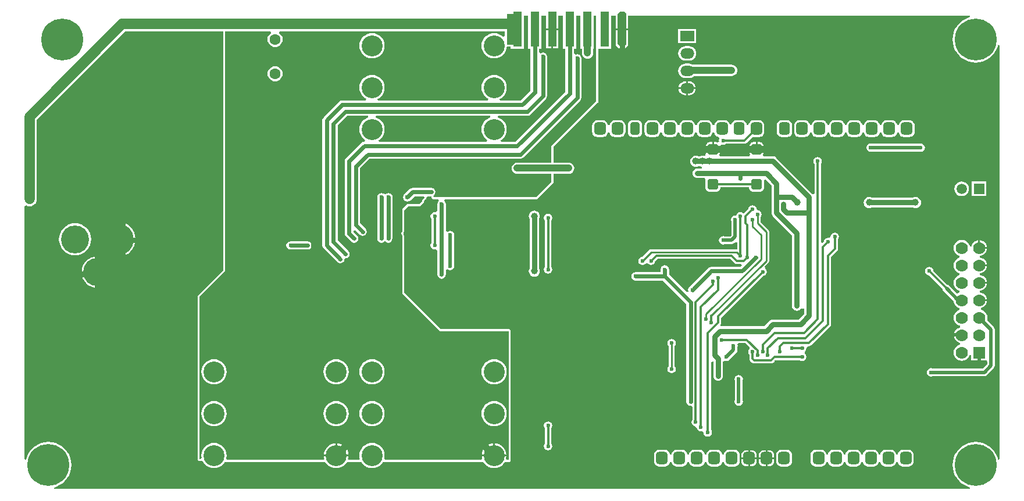
<source format=gbl>
G04 Layer_Physical_Order=2*
G04 Layer_Color=16711680*
%FSLAX24Y24*%
%MOIN*%
G70*
G01*
G75*
%ADD24R,0.0500X0.2000*%
%ADD39C,0.0394*%
%ADD40C,0.0197*%
%ADD41C,0.0236*%
%ADD42C,0.0098*%
%ADD43C,0.0315*%
%ADD44C,0.0118*%
G04:AMPARAMS|DCode=49|XSize=66.9mil|YSize=70.9mil|CornerRadius=16.7mil|HoleSize=0mil|Usage=FLASHONLY|Rotation=0.000|XOffset=0mil|YOffset=0mil|HoleType=Round|Shape=RoundedRectangle|*
%AMROUNDEDRECTD49*
21,1,0.0669,0.0374,0,0,0.0*
21,1,0.0335,0.0709,0,0,0.0*
1,1,0.0335,0.0167,-0.0187*
1,1,0.0335,-0.0167,-0.0187*
1,1,0.0335,-0.0167,0.0187*
1,1,0.0335,0.0167,0.0187*
%
%ADD49ROUNDEDRECTD49*%
G04:AMPARAMS|DCode=50|XSize=55.1mil|YSize=70.9mil|CornerRadius=13.8mil|HoleSize=0mil|Usage=FLASHONLY|Rotation=0.000|XOffset=0mil|YOffset=0mil|HoleType=Round|Shape=RoundedRectangle|*
%AMROUNDEDRECTD50*
21,1,0.0551,0.0433,0,0,0.0*
21,1,0.0276,0.0709,0,0,0.0*
1,1,0.0276,0.0138,-0.0217*
1,1,0.0276,-0.0138,-0.0217*
1,1,0.0276,-0.0138,0.0217*
1,1,0.0276,0.0138,0.0217*
%
%ADD50ROUNDEDRECTD50*%
G04:AMPARAMS|DCode=51|XSize=63mil|YSize=70.9mil|CornerRadius=15.7mil|HoleSize=0mil|Usage=FLASHONLY|Rotation=0.000|XOffset=0mil|YOffset=0mil|HoleType=Round|Shape=RoundedRectangle|*
%AMROUNDEDRECTD51*
21,1,0.0630,0.0394,0,0,0.0*
21,1,0.0315,0.0709,0,0,0.0*
1,1,0.0315,0.0157,-0.0197*
1,1,0.0315,-0.0157,-0.0197*
1,1,0.0315,-0.0157,0.0197*
1,1,0.0315,0.0157,0.0197*
%
%ADD51ROUNDEDRECTD51*%
%ADD52C,0.2400*%
%ADD53C,0.0700*%
%ADD54R,0.0700X0.0700*%
%ADD55R,0.0591X0.0591*%
%ADD56C,0.0591*%
G04:AMPARAMS|DCode=57|XSize=63mil|YSize=63mil|CornerRadius=15.7mil|HoleSize=0mil|Usage=FLASHONLY|Rotation=0.000|XOffset=0mil|YOffset=0mil|HoleType=Round|Shape=RoundedRectangle|*
%AMROUNDEDRECTD57*
21,1,0.0630,0.0315,0,0,0.0*
21,1,0.0315,0.0630,0,0,0.0*
1,1,0.0315,0.0157,-0.0157*
1,1,0.0315,-0.0157,-0.0157*
1,1,0.0315,-0.0157,0.0157*
1,1,0.0315,0.0157,0.0157*
%
%ADD57ROUNDEDRECTD57*%
%ADD58O,0.0787X0.0591*%
%ADD59R,0.0787X0.0591*%
%ADD60C,0.1200*%
%ADD61C,0.0630*%
%ADD62C,0.1600*%
%ADD63C,0.1800*%
%ADD64C,0.0394*%
%ADD65C,0.0236*%
G04:AMPARAMS|DCode=66|XSize=200mil|YSize=50mil|CornerRadius=0mil|HoleSize=0mil|Usage=FLASHONLY|Rotation=270.000|XOffset=0mil|YOffset=0mil|HoleType=Round|Shape=Octagon|*
%AMOCTAGOND66*
4,1,8,-0.0125,-0.1000,0.0125,-0.1000,0.0250,-0.0875,0.0250,0.0875,0.0125,0.1000,-0.0125,0.1000,-0.0250,0.0875,-0.0250,-0.0875,-0.0125,-0.1000,0.0*
%
%ADD66OCTAGOND66*%

%ADD67C,0.0591*%
G36*
X156988Y93209D02*
X156398Y93209D01*
Y94980D01*
X156988Y94980D01*
Y93209D01*
D02*
G37*
G36*
X161516Y89961D02*
X158957Y87402D01*
Y86440D01*
X156988D01*
X156906Y86429D01*
X156829Y86397D01*
X156764Y86347D01*
X156713Y86281D01*
X156681Y86204D01*
X156671Y86122D01*
X156681Y86040D01*
X156713Y85963D01*
X156764Y85897D01*
X156829Y85847D01*
X156906Y85815D01*
X156988Y85804D01*
X158957D01*
Y85335D01*
X158071Y84449D01*
X152204D01*
X152181Y84547D01*
X152237Y84585D01*
X152289Y84663D01*
X152308Y84755D01*
X152289Y84847D01*
X152237Y84925D01*
X152159Y84978D01*
X152067Y84996D01*
X150995D01*
X150903Y84978D01*
X150825Y84925D01*
X150519Y84619D01*
X150466Y84541D01*
X150448Y84449D01*
X150466Y84357D01*
X150519Y84279D01*
X150597Y84226D01*
X150689Y84208D01*
X150781Y84226D01*
X150859Y84279D01*
X151095Y84514D01*
X151648D01*
X151660Y84482D01*
X151664Y84416D01*
X151601Y84374D01*
X151549Y84296D01*
X151532Y84209D01*
X151378Y84055D01*
X150689D01*
X150394Y83760D01*
Y82512D01*
X150368Y82474D01*
X150350Y82382D01*
X150368Y82290D01*
X150394Y82251D01*
Y82185D01*
Y78937D01*
X150591Y78740D01*
X152559Y76772D01*
X156496D01*
Y69390D01*
X156401D01*
X156343Y69469D01*
X156355Y69510D01*
X156364Y69597D01*
X155665D01*
X154967D01*
X154975Y69510D01*
X154988Y69469D01*
X154929Y69390D01*
X149420D01*
X149362Y69469D01*
X149373Y69506D01*
X149387Y69647D01*
X149373Y69788D01*
X149332Y69923D01*
X149265Y70048D01*
X149176Y70157D01*
X149066Y70247D01*
X148941Y70314D01*
X148806Y70355D01*
X148665Y70369D01*
X148525Y70355D01*
X148389Y70314D01*
X148264Y70247D01*
X148155Y70157D01*
X148065Y70048D01*
X147999Y69923D01*
X147958Y69788D01*
X147944Y69647D01*
X147958Y69506D01*
X147969Y69469D01*
X147910Y69390D01*
X147346D01*
X147288Y69469D01*
X147300Y69510D01*
X147309Y69597D01*
X146610D01*
X145912D01*
X145920Y69510D01*
X145933Y69469D01*
X145874Y69390D01*
X140365D01*
X140307Y69469D01*
X140318Y69506D01*
X140332Y69647D01*
X140318Y69788D01*
X140277Y69923D01*
X140210Y70048D01*
X140120Y70157D01*
X140011Y70247D01*
X139886Y70314D01*
X139751Y70355D01*
X139610Y70369D01*
X139469Y70355D01*
X139334Y70314D01*
X139209Y70247D01*
X139100Y70157D01*
X139010Y70048D01*
X138944Y69923D01*
X138903Y69788D01*
X138889Y69647D01*
X138902Y69516D01*
X138880Y69488D01*
X138821Y69439D01*
X138780Y69453D01*
Y78346D01*
Y78740D01*
X140256Y80217D01*
Y93973D01*
X142854D01*
X142881Y93909D01*
X142882Y93874D01*
X142801Y93813D01*
X142732Y93722D01*
X142688Y93617D01*
X142673Y93504D01*
X142688Y93391D01*
X142732Y93286D01*
X142801Y93195D01*
X142892Y93126D01*
X142997Y93082D01*
X143110Y93067D01*
X143223Y93082D01*
X143329Y93126D01*
X143419Y93195D01*
X143489Y93286D01*
X143532Y93391D01*
X143547Y93504D01*
X143532Y93617D01*
X143489Y93722D01*
X143419Y93813D01*
X143339Y93874D01*
X143340Y93909D01*
X143367Y93973D01*
X156277D01*
Y93690D01*
X156179Y93654D01*
X156176Y93658D01*
X156066Y93748D01*
X155941Y93815D01*
X155806Y93856D01*
X155665Y93870D01*
X155525Y93856D01*
X155389Y93815D01*
X155264Y93748D01*
X155155Y93658D01*
X155065Y93549D01*
X154999Y93424D01*
X154958Y93289D01*
X154944Y93148D01*
X154958Y93007D01*
X154999Y92872D01*
X155065Y92747D01*
X155155Y92638D01*
X155264Y92548D01*
X155389Y92481D01*
X155525Y92440D01*
X155665Y92426D01*
X155806Y92440D01*
X155941Y92481D01*
X156066Y92548D01*
X156176Y92638D01*
X156265Y92747D01*
X156332Y92872D01*
X156373Y93007D01*
X156380Y93075D01*
X156398Y93088D01*
X156624D01*
Y92976D01*
X157360D01*
Y94882D01*
X157624D01*
Y92976D01*
X157751D01*
Y90572D01*
X157184Y90005D01*
X156007D01*
X155982Y90103D01*
X156066Y90148D01*
X156176Y90238D01*
X156265Y90347D01*
X156332Y90472D01*
X156373Y90607D01*
X156387Y90748D01*
X156373Y90889D01*
X156332Y91024D01*
X156265Y91149D01*
X156176Y91258D01*
X156066Y91348D01*
X155941Y91415D01*
X155806Y91456D01*
X155665Y91470D01*
X155525Y91456D01*
X155389Y91415D01*
X155264Y91348D01*
X155155Y91258D01*
X155065Y91149D01*
X154999Y91024D01*
X154958Y90889D01*
X154944Y90748D01*
X154958Y90607D01*
X154999Y90472D01*
X155065Y90347D01*
X155155Y90238D01*
X155264Y90148D01*
X155349Y90103D01*
X155324Y90005D01*
X149007D01*
X148982Y90103D01*
X149066Y90148D01*
X149176Y90238D01*
X149265Y90347D01*
X149332Y90472D01*
X149373Y90607D01*
X149387Y90748D01*
X149373Y90889D01*
X149332Y91024D01*
X149265Y91149D01*
X149176Y91258D01*
X149066Y91348D01*
X148941Y91415D01*
X148806Y91456D01*
X148665Y91470D01*
X148525Y91456D01*
X148389Y91415D01*
X148264Y91348D01*
X148155Y91258D01*
X148065Y91149D01*
X147999Y91024D01*
X147958Y90889D01*
X147944Y90748D01*
X147958Y90607D01*
X147999Y90472D01*
X148065Y90347D01*
X148155Y90238D01*
X148264Y90148D01*
X148349Y90103D01*
X148324Y90005D01*
X146949D01*
X146857Y89986D01*
X146779Y89934D01*
X145893Y89048D01*
X145840Y88970D01*
X145822Y88878D01*
Y82874D01*
Y81693D01*
X145840Y81601D01*
X145893Y81523D01*
X146680Y80735D01*
X146758Y80683D01*
X146850Y80665D01*
X146943Y80683D01*
X147021Y80735D01*
X147073Y80813D01*
X147085Y80872D01*
X147123Y80928D01*
X147179Y80967D01*
X147238Y80978D01*
X147316Y81030D01*
X147368Y81109D01*
X147387Y81201D01*
X147368Y81293D01*
X147316Y81371D01*
X146698Y81990D01*
Y83169D01*
Y88581D01*
X147245Y89129D01*
X148428D01*
X148442Y89031D01*
X148389Y89015D01*
X148264Y88948D01*
X148155Y88858D01*
X148065Y88749D01*
X147999Y88624D01*
X147958Y88489D01*
X147944Y88348D01*
X147958Y88207D01*
X147999Y88072D01*
X148065Y87947D01*
X148155Y87838D01*
X148264Y87748D01*
X148278Y87741D01*
X148253Y87642D01*
X148228D01*
X148136Y87624D01*
X148058Y87572D01*
X147172Y86686D01*
X147120Y86608D01*
X147102Y86516D01*
Y82382D01*
X147120Y82290D01*
X147172Y82212D01*
X147467Y81916D01*
X147546Y81864D01*
X147638Y81846D01*
X147730Y81864D01*
X147808Y81916D01*
X147860Y81994D01*
X147879Y82087D01*
X147860Y82179D01*
X147808Y82257D01*
X147598Y82467D01*
X147605Y82525D01*
X147707Y82563D01*
X147960Y82310D01*
X148038Y82258D01*
X148130Y82239D01*
X148222Y82258D01*
X148300Y82310D01*
X148352Y82388D01*
X148371Y82480D01*
X148352Y82572D01*
X148300Y82651D01*
X147977Y82974D01*
Y86121D01*
X148525Y86669D01*
X157185D01*
X157277Y86687D01*
X157355Y86739D01*
X160603Y89987D01*
X160656Y90065D01*
X160674Y90157D01*
Y92421D01*
X160656Y92513D01*
X160603Y92592D01*
X160525Y92644D01*
X160433Y92662D01*
X160341Y92644D01*
X160331Y92637D01*
X160233Y92690D01*
Y92976D01*
X160360D01*
Y94882D01*
X160624D01*
Y92976D01*
X160706D01*
Y92717D01*
X160717Y92634D01*
X160749Y92558D01*
X160799Y92492D01*
X160865Y92441D01*
X160941Y92410D01*
X161024Y92399D01*
X161106Y92410D01*
X161182Y92441D01*
X161248Y92492D01*
X161299Y92558D01*
X161330Y92634D01*
X161341Y92717D01*
Y92976D01*
X161360D01*
Y94882D01*
X161516D01*
X161516Y89961D01*
D02*
G37*
G36*
X155442Y89031D02*
X155389Y89015D01*
X155264Y88948D01*
X155155Y88858D01*
X155065Y88749D01*
X154999Y88624D01*
X154958Y88489D01*
X154944Y88348D01*
X154958Y88207D01*
X154999Y88072D01*
X155065Y87947D01*
X155155Y87838D01*
X155264Y87748D01*
X155278Y87741D01*
X155253Y87642D01*
X149077D01*
X149053Y87741D01*
X149066Y87748D01*
X149176Y87838D01*
X149265Y87947D01*
X149332Y88072D01*
X149373Y88207D01*
X149387Y88348D01*
X149373Y88489D01*
X149332Y88624D01*
X149265Y88749D01*
X149176Y88858D01*
X149066Y88948D01*
X148941Y89015D01*
X148888Y89031D01*
X148903Y89129D01*
X155428D01*
X155442Y89031D01*
D02*
G37*
G36*
X182951Y94783D02*
X182859Y94761D01*
X182667Y94682D01*
X182491Y94574D01*
X182333Y94439D01*
X182198Y94281D01*
X182090Y94104D01*
X182010Y93913D01*
X181962Y93711D01*
X181946Y93504D01*
X181962Y93297D01*
X182010Y93095D01*
X182090Y92904D01*
X182198Y92727D01*
X182333Y92569D01*
X182491Y92434D01*
X182667Y92326D01*
X182859Y92246D01*
X183061Y92198D01*
X183268Y92182D01*
X183475Y92198D01*
X183676Y92246D01*
X183868Y92326D01*
X184045Y92434D01*
X184203Y92569D01*
X184337Y92727D01*
X184446Y92904D01*
X184525Y93095D01*
X184547Y93187D01*
X184646Y93176D01*
Y69423D01*
X184547Y69411D01*
X184525Y69503D01*
X184446Y69695D01*
X184337Y69872D01*
X184203Y70029D01*
X184045Y70164D01*
X183868Y70273D01*
X183676Y70352D01*
X183475Y70400D01*
X183268Y70417D01*
X183061Y70400D01*
X182859Y70352D01*
X182667Y70273D01*
X182491Y70164D01*
X182333Y70029D01*
X182198Y69872D01*
X182090Y69695D01*
X182010Y69503D01*
X181962Y69301D01*
X181946Y69094D01*
X181962Y68888D01*
X182010Y68686D01*
X182090Y68494D01*
X182198Y68317D01*
X182333Y68160D01*
X182491Y68025D01*
X182667Y67916D01*
X182859Y67837D01*
X182951Y67815D01*
X182939Y67717D01*
X130446D01*
X130435Y67815D01*
X130527Y67837D01*
X130718Y67916D01*
X130895Y68025D01*
X131053Y68160D01*
X131188Y68317D01*
X131296Y68494D01*
X131376Y68686D01*
X131424Y68888D01*
X131440Y69094D01*
X131424Y69301D01*
X131376Y69503D01*
X131296Y69695D01*
X131188Y69872D01*
X131053Y70029D01*
X130895Y70164D01*
X130718Y70273D01*
X130527Y70352D01*
X130325Y70400D01*
X130118Y70417D01*
X129911Y70400D01*
X129710Y70352D01*
X129518Y70273D01*
X129341Y70164D01*
X129183Y70029D01*
X129048Y69872D01*
X128940Y69695D01*
X128861Y69503D01*
X128839Y69411D01*
X128740Y69423D01*
Y83932D01*
X128795Y83968D01*
X128839Y83984D01*
X128928Y83948D01*
X129035Y83933D01*
X129143Y83948D01*
X129244Y83989D01*
X129330Y84056D01*
X129397Y84142D01*
X129438Y84242D01*
X129452Y84350D01*
Y85039D01*
Y85630D01*
Y86319D01*
Y88902D01*
X134523Y93973D01*
X140135D01*
Y80266D01*
X138694Y78825D01*
X138668Y78786D01*
X138659Y78740D01*
X138659Y78740D01*
Y78346D01*
Y69453D01*
X138660Y69448D01*
X138659Y69444D01*
X138665Y69426D01*
X138668Y69407D01*
X138671Y69403D01*
X138672Y69399D01*
X138684Y69384D01*
X138694Y69368D01*
X138698Y69365D01*
X138701Y69362D01*
X138718Y69352D01*
X138733Y69342D01*
X138738Y69341D01*
X138742Y69338D01*
X138783Y69325D01*
X138796Y69323D01*
X138809Y69319D01*
X138819Y69320D01*
X138829Y69319D01*
X138842Y69323D01*
X138855Y69324D01*
X138865Y69329D01*
X138875Y69332D01*
X138941Y69319D01*
X138986Y69292D01*
X139010Y69246D01*
X139100Y69137D01*
X139209Y69047D01*
X139334Y68981D01*
X139469Y68940D01*
X139610Y68926D01*
X139751Y68940D01*
X139886Y68981D01*
X140011Y69047D01*
X140120Y69137D01*
X140206Y69242D01*
X140210Y69245D01*
X140214Y69249D01*
X140229Y69258D01*
X140252Y69266D01*
X140319Y69279D01*
X140334Y69276D01*
X140347Y69271D01*
X140356Y69271D01*
X140365Y69269D01*
X145874D01*
X145883Y69271D01*
X145892Y69271D01*
X145906Y69276D01*
X145920Y69279D01*
X145990Y69254D01*
X146019Y69236D01*
X146019Y69235D01*
X146100Y69137D01*
X146209Y69047D01*
X146334Y68981D01*
X146469Y68940D01*
X146610Y68926D01*
X146751Y68940D01*
X146886Y68981D01*
X147011Y69047D01*
X147120Y69137D01*
X147201Y69235D01*
X147202Y69236D01*
X147231Y69254D01*
X147300Y69279D01*
X147315Y69276D01*
X147329Y69271D01*
X147337Y69271D01*
X147346Y69269D01*
X147910D01*
X147919Y69271D01*
X147928Y69271D01*
X147942Y69276D01*
X147956Y69279D01*
X148024Y69266D01*
X148047Y69258D01*
X148062Y69249D01*
X148066Y69245D01*
X148069Y69242D01*
X148155Y69137D01*
X148264Y69047D01*
X148389Y68981D01*
X148525Y68940D01*
X148665Y68926D01*
X148806Y68940D01*
X148941Y68981D01*
X149066Y69047D01*
X149176Y69137D01*
X149261Y69242D01*
X149265Y69245D01*
X149269Y69249D01*
X149284Y69258D01*
X149307Y69266D01*
X149374Y69279D01*
X149389Y69276D01*
X149403Y69271D01*
X149412Y69271D01*
X149420Y69269D01*
X154929D01*
X154938Y69271D01*
X154947Y69271D01*
X154961Y69276D01*
X154975Y69279D01*
X155045Y69254D01*
X155074Y69236D01*
X155074Y69235D01*
X155155Y69137D01*
X155264Y69047D01*
X155389Y68981D01*
X155525Y68940D01*
X155665Y68926D01*
X155806Y68940D01*
X155941Y68981D01*
X156066Y69047D01*
X156176Y69137D01*
X156256Y69235D01*
X156257Y69236D01*
X156286Y69254D01*
X156355Y69279D01*
X156370Y69276D01*
X156384Y69271D01*
X156393Y69271D01*
X156401Y69269D01*
X156496D01*
X156542Y69279D01*
X156581Y69305D01*
X156607Y69344D01*
X156616Y69390D01*
Y76772D01*
X156607Y76818D01*
X156581Y76857D01*
X156542Y76883D01*
X156496Y76892D01*
X152609D01*
X150676Y78825D01*
X150514Y78987D01*
Y82185D01*
Y82251D01*
X150512Y82263D01*
Y82275D01*
X150507Y82286D01*
X150505Y82297D01*
X150498Y82307D01*
X150494Y82318D01*
X150481Y82337D01*
X150472Y82382D01*
X150481Y82427D01*
X150494Y82446D01*
X150498Y82457D01*
X150505Y82466D01*
X150507Y82478D01*
X150512Y82489D01*
Y82501D01*
X150514Y82512D01*
Y83710D01*
X150739Y83935D01*
X151378D01*
X151378Y83935D01*
X151424Y83944D01*
X151463Y83970D01*
X151463Y83970D01*
X151617Y84124D01*
X151624Y84134D01*
X151632Y84142D01*
X151637Y84153D01*
X151643Y84163D01*
X151645Y84175D01*
X151650Y84186D01*
X151663Y84249D01*
X151688Y84287D01*
X151731Y84316D01*
X151743Y84327D01*
X151755Y84337D01*
X151759Y84344D01*
X151764Y84349D01*
X151771Y84364D01*
X151779Y84378D01*
X151780Y84385D01*
X151782Y84392D01*
X151782Y84408D01*
X151784Y84424D01*
X151868Y84513D01*
X151874Y84514D01*
X152065D01*
X152087Y84421D01*
X152091Y84412D01*
X152093Y84403D01*
X152100Y84391D01*
X152106Y84379D01*
X152113Y84372D01*
X152119Y84364D01*
X152130Y84356D01*
X152140Y84347D01*
X152150Y84343D01*
X152158Y84338D01*
X152171Y84335D01*
X152184Y84330D01*
X152194Y84330D01*
X152204Y84328D01*
X152464D01*
X152494Y84230D01*
X152487Y84225D01*
X152435Y84147D01*
X152417Y84055D01*
Y83657D01*
X152318Y83596D01*
X152264Y83607D01*
X152172Y83589D01*
X152093Y83536D01*
X152041Y83458D01*
X152023Y83366D01*
X152041Y83274D01*
X152083Y83211D01*
Y81848D01*
X152041Y81785D01*
X152023Y81693D01*
X152041Y81601D01*
X152093Y81523D01*
X152172Y81470D01*
X152264Y81452D01*
X152318Y81463D01*
X152417Y81402D01*
Y80020D01*
X152435Y79928D01*
X152487Y79849D01*
X152565Y79797D01*
X152657Y79779D01*
X152750Y79797D01*
X152828Y79849D01*
X152880Y79928D01*
X152898Y80020D01*
Y80286D01*
X152933Y80310D01*
X152997Y80330D01*
X153057Y80289D01*
X153150Y80271D01*
X153242Y80289D01*
X153320Y80342D01*
X153372Y80420D01*
X153390Y80512D01*
X153372Y80604D01*
X153370Y80607D01*
Y82189D01*
X153372Y82191D01*
X153390Y82283D01*
X153372Y82376D01*
X153320Y82454D01*
X153242Y82506D01*
X153150Y82524D01*
X153057Y82506D01*
X152997Y82465D01*
X152933Y82485D01*
X152898Y82509D01*
Y84055D01*
X152880Y84147D01*
X152828Y84225D01*
X152821Y84230D01*
X152851Y84328D01*
X158071D01*
X158071Y84328D01*
X158117Y84338D01*
X158156Y84364D01*
X158156Y84364D01*
X159042Y85249D01*
X159068Y85289D01*
X159077Y85335D01*
X159077Y85335D01*
Y85804D01*
X159941D01*
X160023Y85815D01*
X160100Y85847D01*
X160166Y85897D01*
X160216Y85963D01*
X160248Y86040D01*
X160259Y86122D01*
X160248Y86204D01*
X160216Y86281D01*
X160166Y86347D01*
X160100Y86397D01*
X160023Y86429D01*
X159941Y86440D01*
X159077D01*
Y87352D01*
X161601Y89875D01*
X161627Y89915D01*
X161636Y89961D01*
X161636Y89961D01*
X161636Y92976D01*
X162360D01*
Y94882D01*
X162642D01*
Y94144D01*
X162992D01*
X163342D01*
Y94882D01*
X182939D01*
X182951Y94783D01*
D02*
G37*
G36*
X159624Y92976D02*
X159751D01*
Y90505D01*
X156888Y87642D01*
X156077D01*
X156053Y87741D01*
X156066Y87748D01*
X156176Y87838D01*
X156265Y87947D01*
X156332Y88072D01*
X156373Y88207D01*
X156387Y88348D01*
X156373Y88489D01*
X156332Y88624D01*
X156265Y88749D01*
X156176Y88858D01*
X156066Y88948D01*
X155941Y89015D01*
X155888Y89031D01*
X155903Y89129D01*
X157579D01*
X157671Y89148D01*
X157749Y89200D01*
X158635Y90086D01*
X158687Y90164D01*
X158705Y90256D01*
Y92520D01*
X158687Y92612D01*
X158635Y92690D01*
X158557Y92742D01*
X158465Y92761D01*
X158372Y92742D01*
X158331Y92715D01*
X158233Y92762D01*
Y92976D01*
X158360D01*
Y94882D01*
X158642D01*
Y94144D01*
X158992D01*
X159342D01*
Y94882D01*
X159624D01*
Y92976D01*
D02*
G37*
%LPC*%
G36*
X146610Y75169D02*
X146469Y75155D01*
X146334Y75114D01*
X146209Y75047D01*
X146100Y74957D01*
X146010Y74848D01*
X145944Y74723D01*
X145903Y74588D01*
X145889Y74447D01*
X145903Y74306D01*
X145944Y74171D01*
X146010Y74046D01*
X146100Y73937D01*
X146209Y73847D01*
X146334Y73781D01*
X146469Y73740D01*
X146610Y73726D01*
X146751Y73740D01*
X146886Y73781D01*
X147011Y73847D01*
X147120Y73937D01*
X147210Y74046D01*
X147277Y74171D01*
X147318Y74306D01*
X147332Y74447D01*
X147318Y74588D01*
X147277Y74723D01*
X147210Y74848D01*
X147120Y74957D01*
X147011Y75047D01*
X146886Y75114D01*
X146751Y75155D01*
X146610Y75169D01*
D02*
G37*
G36*
X139610D02*
X139469Y75155D01*
X139334Y75114D01*
X139209Y75047D01*
X139100Y74957D01*
X139010Y74848D01*
X138944Y74723D01*
X138903Y74588D01*
X138889Y74447D01*
X138903Y74306D01*
X138944Y74171D01*
X139010Y74046D01*
X139100Y73937D01*
X139209Y73847D01*
X139334Y73781D01*
X139469Y73740D01*
X139610Y73726D01*
X139751Y73740D01*
X139886Y73781D01*
X140011Y73847D01*
X140120Y73937D01*
X140210Y74046D01*
X140277Y74171D01*
X140318Y74306D01*
X140332Y74447D01*
X140318Y74588D01*
X140277Y74723D01*
X140210Y74848D01*
X140120Y74957D01*
X140011Y75047D01*
X139886Y75114D01*
X139751Y75155D01*
X139610Y75169D01*
D02*
G37*
G36*
X155665Y72769D02*
X155525Y72755D01*
X155389Y72714D01*
X155264Y72647D01*
X155155Y72557D01*
X155065Y72448D01*
X154999Y72323D01*
X154958Y72188D01*
X154944Y72047D01*
X154958Y71906D01*
X154999Y71771D01*
X155065Y71646D01*
X155155Y71537D01*
X155264Y71447D01*
X155389Y71381D01*
X155525Y71340D01*
X155665Y71326D01*
X155806Y71340D01*
X155941Y71381D01*
X156066Y71447D01*
X156176Y71537D01*
X156265Y71646D01*
X156332Y71771D01*
X156373Y71906D01*
X156387Y72047D01*
X156373Y72188D01*
X156332Y72323D01*
X156265Y72448D01*
X156176Y72557D01*
X156066Y72647D01*
X155941Y72714D01*
X155806Y72755D01*
X155665Y72769D01*
D02*
G37*
G36*
X148665D02*
X148525Y72755D01*
X148389Y72714D01*
X148264Y72647D01*
X148155Y72557D01*
X148065Y72448D01*
X147999Y72323D01*
X147958Y72188D01*
X147944Y72047D01*
X147958Y71906D01*
X147999Y71771D01*
X148065Y71646D01*
X148155Y71537D01*
X148264Y71447D01*
X148389Y71381D01*
X148525Y71340D01*
X148665Y71326D01*
X148806Y71340D01*
X148941Y71381D01*
X149066Y71447D01*
X149176Y71537D01*
X149265Y71646D01*
X149332Y71771D01*
X149373Y71906D01*
X149387Y72047D01*
X149373Y72188D01*
X149332Y72323D01*
X149265Y72448D01*
X149176Y72557D01*
X149066Y72647D01*
X148941Y72714D01*
X148806Y72755D01*
X148665Y72769D01*
D02*
G37*
G36*
X146610Y72769D02*
X146469Y72755D01*
X146334Y72714D01*
X146209Y72647D01*
X146100Y72557D01*
X146010Y72448D01*
X145944Y72323D01*
X145903Y72188D01*
X145889Y72047D01*
X145903Y71906D01*
X145944Y71771D01*
X146010Y71646D01*
X146100Y71537D01*
X146209Y71447D01*
X146334Y71381D01*
X146469Y71340D01*
X146610Y71326D01*
X146751Y71340D01*
X146886Y71381D01*
X147011Y71447D01*
X147120Y71537D01*
X147210Y71646D01*
X147277Y71771D01*
X147318Y71906D01*
X147332Y72047D01*
X147318Y72188D01*
X147277Y72323D01*
X147210Y72448D01*
X147120Y72557D01*
X147011Y72647D01*
X146886Y72714D01*
X146751Y72755D01*
X146610Y72769D01*
D02*
G37*
G36*
X139610D02*
X139469Y72755D01*
X139334Y72714D01*
X139209Y72647D01*
X139100Y72557D01*
X139010Y72448D01*
X138944Y72323D01*
X138903Y72188D01*
X138889Y72047D01*
X138903Y71906D01*
X138944Y71771D01*
X139010Y71646D01*
X139100Y71537D01*
X139209Y71447D01*
X139334Y71381D01*
X139469Y71340D01*
X139610Y71326D01*
X139751Y71340D01*
X139886Y71381D01*
X140011Y71447D01*
X140120Y71537D01*
X140210Y71646D01*
X140277Y71771D01*
X140318Y71906D01*
X140332Y72047D01*
X140318Y72188D01*
X140277Y72323D01*
X140210Y72448D01*
X140120Y72557D01*
X140011Y72647D01*
X139886Y72714D01*
X139751Y72755D01*
X139610Y72769D01*
D02*
G37*
G36*
X155665Y75169D02*
X155525Y75155D01*
X155389Y75114D01*
X155264Y75047D01*
X155155Y74957D01*
X155065Y74848D01*
X154999Y74723D01*
X154958Y74588D01*
X154944Y74447D01*
X154958Y74306D01*
X154999Y74171D01*
X155065Y74046D01*
X155155Y73937D01*
X155264Y73847D01*
X155389Y73781D01*
X155525Y73740D01*
X155665Y73726D01*
X155806Y73740D01*
X155941Y73781D01*
X156066Y73847D01*
X156176Y73937D01*
X156265Y74046D01*
X156332Y74171D01*
X156373Y74306D01*
X156387Y74447D01*
X156373Y74588D01*
X156332Y74723D01*
X156265Y74848D01*
X156176Y74957D01*
X156066Y75047D01*
X155941Y75114D01*
X155806Y75155D01*
X155665Y75169D01*
D02*
G37*
G36*
X148665D02*
X148525Y75155D01*
X148389Y75114D01*
X148264Y75047D01*
X148155Y74957D01*
X148065Y74848D01*
X147999Y74723D01*
X147958Y74588D01*
X147944Y74447D01*
X147958Y74306D01*
X147999Y74171D01*
X148065Y74046D01*
X148155Y73937D01*
X148264Y73847D01*
X148389Y73781D01*
X148525Y73740D01*
X148665Y73726D01*
X148806Y73740D01*
X148941Y73781D01*
X149066Y73847D01*
X149176Y73937D01*
X149265Y74046D01*
X149332Y74171D01*
X149373Y74306D01*
X149387Y74447D01*
X149373Y74588D01*
X149332Y74723D01*
X149265Y74848D01*
X149176Y74957D01*
X149066Y75047D01*
X148941Y75114D01*
X148806Y75155D01*
X148665Y75169D01*
D02*
G37*
G36*
X146660Y70346D02*
Y69697D01*
X147309D01*
X147300Y69784D01*
X147260Y69916D01*
X147195Y70038D01*
X147108Y70145D01*
X147001Y70232D01*
X146879Y70297D01*
X146747Y70337D01*
X146660Y70346D01*
D02*
G37*
G36*
X155615Y70346D02*
X155528Y70337D01*
X155396Y70297D01*
X155275Y70232D01*
X155168Y70145D01*
X155081Y70038D01*
X155016Y69916D01*
X154975Y69784D01*
X154967Y69697D01*
X155615D01*
Y70346D01*
D02*
G37*
G36*
X146560Y70346D02*
X146473Y70337D01*
X146341Y70297D01*
X146219Y70232D01*
X146113Y70145D01*
X146025Y70038D01*
X145960Y69916D01*
X145920Y69784D01*
X145912Y69697D01*
X146560D01*
Y70346D01*
D02*
G37*
G36*
X155715Y70346D02*
Y69697D01*
X156364D01*
X156355Y69784D01*
X156315Y69916D01*
X156250Y70038D01*
X156163Y70145D01*
X156056Y70232D01*
X155935Y70297D01*
X155803Y70337D01*
X155715Y70346D01*
D02*
G37*
G36*
X143110Y91972D02*
X142997Y91957D01*
X142892Y91914D01*
X142801Y91844D01*
X142732Y91754D01*
X142688Y91648D01*
X142673Y91535D01*
X142688Y91422D01*
X142732Y91317D01*
X142801Y91227D01*
X142892Y91157D01*
X142997Y91114D01*
X143110Y91099D01*
X143223Y91114D01*
X143329Y91157D01*
X143419Y91227D01*
X143489Y91317D01*
X143532Y91422D01*
X143547Y91535D01*
X143532Y91648D01*
X143489Y91754D01*
X143419Y91844D01*
X143329Y91914D01*
X143223Y91957D01*
X143110Y91972D01*
D02*
G37*
G36*
X148665Y93870D02*
X148525Y93856D01*
X148389Y93815D01*
X148264Y93748D01*
X148155Y93658D01*
X148065Y93549D01*
X147999Y93424D01*
X147958Y93289D01*
X147944Y93148D01*
X147958Y93007D01*
X147999Y92872D01*
X148065Y92747D01*
X148155Y92638D01*
X148264Y92548D01*
X148389Y92481D01*
X148525Y92440D01*
X148665Y92426D01*
X148806Y92440D01*
X148941Y92481D01*
X149066Y92548D01*
X149176Y92638D01*
X149265Y92747D01*
X149332Y92872D01*
X149373Y93007D01*
X149387Y93148D01*
X149373Y93289D01*
X149332Y93424D01*
X149265Y93549D01*
X149176Y93658D01*
X149066Y93748D01*
X148941Y93815D01*
X148806Y93856D01*
X148665Y93870D01*
D02*
G37*
G36*
X144980Y81934D02*
X143996D01*
X143904Y81915D01*
X143826Y81863D01*
X143774Y81785D01*
X143755Y81693D01*
X143774Y81601D01*
X143826Y81523D01*
X143904Y81470D01*
X143996Y81452D01*
X144980D01*
X145072Y81470D01*
X145151Y81523D01*
X145203Y81601D01*
X145221Y81693D01*
X145203Y81785D01*
X145151Y81863D01*
X145072Y81915D01*
X144980Y81934D01*
D02*
G37*
G36*
X149606Y84690D02*
X149514Y84671D01*
X149436Y84619D01*
X149418D01*
X149337Y84650D01*
X149305Y84671D01*
X149213Y84690D01*
X149120Y84671D01*
X149042Y84619D01*
X148990Y84541D01*
X148972Y84449D01*
Y82087D01*
X148990Y81994D01*
X149042Y81916D01*
Y81916D01*
X149120Y81864D01*
X149213Y81846D01*
X149305Y81864D01*
X149383Y81916D01*
X149431D01*
X149509Y81864D01*
X149601Y81846D01*
X149694Y81864D01*
X149772Y81916D01*
X149824Y81994D01*
X149842Y82087D01*
Y84424D01*
X149847Y84449D01*
X149829Y84541D01*
X149777Y84619D01*
X149698Y84671D01*
X149606Y84690D01*
D02*
G37*
G36*
X169685Y74257D02*
X169593Y74238D01*
X169515Y74186D01*
X169463Y74108D01*
X169444Y74016D01*
X169463Y73924D01*
X169464Y73921D01*
Y72831D01*
X169463Y72828D01*
X169444Y72736D01*
X169463Y72644D01*
X169515Y72566D01*
X169593Y72514D01*
X169685Y72495D01*
X169777Y72514D01*
X169855Y72566D01*
X169908Y72644D01*
X169926Y72736D01*
X169908Y72828D01*
X169906Y72831D01*
Y73921D01*
X169908Y73924D01*
X169926Y74016D01*
X169908Y74108D01*
X169855Y74186D01*
X169777Y74238D01*
X169685Y74257D01*
D02*
G37*
G36*
X157972Y83684D02*
X157890Y83673D01*
X157814Y83641D01*
X157748Y83591D01*
X157697Y83525D01*
X157666Y83448D01*
X157655Y83366D01*
X157666Y83284D01*
X157694Y83214D01*
Y80368D01*
X157666Y80299D01*
X157655Y80217D01*
X157666Y80134D01*
X157697Y80058D01*
X157748Y79992D01*
X157814Y79941D01*
X157890Y79910D01*
X157972Y79899D01*
X158055Y79910D01*
X158131Y79941D01*
X158197Y79992D01*
X158248Y80058D01*
X158279Y80134D01*
X158290Y80217D01*
X158279Y80299D01*
X158250Y80368D01*
Y83214D01*
X158279Y83284D01*
X158290Y83366D01*
X158279Y83448D01*
X158248Y83525D01*
X158197Y83591D01*
X158131Y83641D01*
X158055Y83673D01*
X157972Y83684D01*
D02*
G37*
G36*
X132776Y80107D02*
X132025D01*
X132037Y79981D01*
X132088Y79811D01*
X132172Y79655D01*
X132285Y79518D01*
X132422Y79405D01*
X132578Y79322D01*
X132748Y79270D01*
X132776Y79268D01*
Y80107D01*
D02*
G37*
G36*
Y81047D02*
X132748Y81044D01*
X132578Y80993D01*
X132422Y80909D01*
X132285Y80797D01*
X132172Y80660D01*
X132088Y80503D01*
X132037Y80334D01*
X132025Y80207D01*
X132776D01*
Y81047D01*
D02*
G37*
G36*
X158760Y83509D02*
X158668Y83490D01*
X158590Y83438D01*
X158537Y83360D01*
X158519Y83268D01*
X158537Y83176D01*
X158579Y83113D01*
Y80470D01*
X158537Y80407D01*
X158519Y80315D01*
X158537Y80223D01*
X158590Y80145D01*
X158668Y80092D01*
X158760Y80074D01*
X158852Y80092D01*
X158930Y80145D01*
X158982Y80223D01*
X159001Y80315D01*
X158982Y80407D01*
X158940Y80470D01*
Y83113D01*
X158982Y83176D01*
X159001Y83268D01*
X158982Y83360D01*
X158930Y83438D01*
X158852Y83490D01*
X158760Y83509D01*
D02*
G37*
G36*
X182472Y82015D02*
X182350Y81999D01*
X182236Y81952D01*
X182139Y81877D01*
X182064Y81779D01*
X182016Y81666D01*
X182000Y81543D01*
X182016Y81421D01*
X182064Y81307D01*
X182139Y81209D01*
X182236Y81134D01*
X182333Y81094D01*
X182342Y81043D01*
X182333Y80992D01*
X182236Y80952D01*
X182139Y80877D01*
X182064Y80779D01*
X182016Y80666D01*
X182000Y80543D01*
X182016Y80421D01*
X182064Y80307D01*
X182139Y80209D01*
X182236Y80134D01*
X182333Y80094D01*
X182342Y80043D01*
X182333Y79992D01*
X182236Y79952D01*
X182139Y79877D01*
X182064Y79779D01*
X182016Y79666D01*
X182000Y79543D01*
X182016Y79421D01*
X182064Y79307D01*
X182139Y79209D01*
X182236Y79134D01*
X182333Y79094D01*
X182342Y79043D01*
X182333Y78992D01*
X182236Y78952D01*
X182208Y78931D01*
X181751Y79388D01*
X181679Y79436D01*
X181638Y79444D01*
X180847Y80235D01*
X180833Y80309D01*
X180781Y80387D01*
X180702Y80439D01*
X180610Y80457D01*
X180518Y80439D01*
X180440Y80387D01*
X180388Y80309D01*
X180369Y80217D01*
X180388Y80124D01*
X180440Y80046D01*
X180518Y79994D01*
X180592Y79979D01*
X181382Y79189D01*
X181391Y79148D01*
X181438Y79076D01*
X182005Y78510D01*
X182016Y78421D01*
X182064Y78307D01*
X182139Y78209D01*
X182236Y78134D01*
X182333Y78094D01*
X182342Y78043D01*
X182333Y77992D01*
X182236Y77952D01*
X182139Y77877D01*
X182064Y77779D01*
X182016Y77666D01*
X182000Y77543D01*
X182016Y77421D01*
X182064Y77307D01*
X182139Y77209D01*
X182236Y77134D01*
X182350Y77087D01*
X182376Y77084D01*
Y76985D01*
X182355Y76982D01*
X182246Y76936D01*
X182152Y76864D01*
X182079Y76770D01*
X182034Y76661D01*
X182025Y76593D01*
X182472D01*
Y76493D01*
X182025D01*
X182034Y76426D01*
X182079Y76316D01*
X182152Y76222D01*
X182246Y76150D01*
X182355Y76105D01*
X182376Y76102D01*
Y76003D01*
X182350Y75999D01*
X182236Y75952D01*
X182139Y75877D01*
X182064Y75779D01*
X182016Y75666D01*
X182000Y75543D01*
X182016Y75421D01*
X182064Y75307D01*
X182139Y75209D01*
X182236Y75134D01*
X182350Y75087D01*
X182472Y75071D01*
X182595Y75087D01*
X182709Y75134D01*
X182806Y75209D01*
X182881Y75307D01*
X182929Y75421D01*
X183022Y75402D01*
Y75093D01*
X183422D01*
Y75543D01*
X183522D01*
Y75093D01*
X183834D01*
X183922Y75093D01*
X183933Y74999D01*
Y74895D01*
X183668Y74630D01*
X180803D01*
X180801Y74632D01*
X180709Y74650D01*
X180616Y74632D01*
X180538Y74580D01*
X180486Y74502D01*
X180468Y74409D01*
X180486Y74317D01*
X180538Y74239D01*
X180616Y74187D01*
X180709Y74169D01*
X180801Y74187D01*
X180803Y74189D01*
X183760D01*
X183844Y74205D01*
X183916Y74253D01*
X184310Y74647D01*
X184358Y74719D01*
X184374Y74803D01*
Y76862D01*
X184358Y76947D01*
X184310Y77018D01*
X183922Y77406D01*
X183929Y77421D01*
X183945Y77543D01*
X183929Y77666D01*
X183881Y77779D01*
X183806Y77877D01*
X183709Y77952D01*
X183595Y77999D01*
X183569Y78003D01*
Y78102D01*
X183590Y78105D01*
X183699Y78150D01*
X183793Y78222D01*
X183866Y78316D01*
X183911Y78426D01*
X183920Y78493D01*
X183472D01*
Y78593D01*
X183920D01*
X183911Y78661D01*
X183866Y78770D01*
X183793Y78864D01*
X183699Y78936D01*
X183590Y78982D01*
X183499Y78994D01*
Y79093D01*
X183590Y79105D01*
X183699Y79150D01*
X183793Y79222D01*
X183866Y79316D01*
X183911Y79426D01*
X183920Y79493D01*
X183472D01*
Y79593D01*
X183920D01*
X183911Y79661D01*
X183866Y79770D01*
X183793Y79864D01*
X183699Y79936D01*
X183590Y79982D01*
X183499Y79994D01*
Y80093D01*
X183590Y80105D01*
X183699Y80150D01*
X183793Y80222D01*
X183866Y80316D01*
X183911Y80426D01*
X183920Y80493D01*
X183472D01*
Y80593D01*
X183920D01*
X183911Y80661D01*
X183866Y80770D01*
X183793Y80864D01*
X183699Y80936D01*
X183590Y80982D01*
X183499Y80994D01*
Y81093D01*
X183590Y81105D01*
X183699Y81150D01*
X183793Y81222D01*
X183866Y81316D01*
X183911Y81426D01*
X183920Y81493D01*
X183472D01*
Y81543D01*
X183422D01*
Y81991D01*
X183355Y81982D01*
X183246Y81936D01*
X183151Y81864D01*
X183079Y81770D01*
X183034Y81661D01*
X183031Y81639D01*
X182932D01*
X182929Y81666D01*
X182881Y81779D01*
X182806Y81877D01*
X182709Y81952D01*
X182595Y81999D01*
X182472Y82015D01*
D02*
G37*
G36*
X165846Y76324D02*
X165754Y76305D01*
X165676Y76253D01*
X165624Y76175D01*
X165606Y76083D01*
X165624Y75991D01*
X165676Y75913D01*
Y74776D01*
X165624Y74698D01*
X165606Y74606D01*
X165624Y74514D01*
X165676Y74436D01*
X165754Y74384D01*
X165846Y74365D01*
X165939Y74384D01*
X166017Y74436D01*
X166069Y74514D01*
X166087Y74606D01*
X166069Y74698D01*
X166017Y74776D01*
Y75913D01*
X166069Y75991D01*
X166087Y76083D01*
X166069Y76175D01*
X166017Y76253D01*
X165939Y76305D01*
X165846Y76324D01*
D02*
G37*
G36*
X170234Y69943D02*
X170117D01*
X170047Y69934D01*
X169982Y69907D01*
X169926Y69864D01*
X169883Y69808D01*
X169856Y69743D01*
X169847Y69673D01*
Y69536D01*
X170234D01*
Y69943D01*
D02*
G37*
G36*
X171721Y69436D02*
X171334D01*
Y69030D01*
X171452D01*
X171521Y69039D01*
X171586Y69066D01*
X171642Y69109D01*
X171685Y69164D01*
X171712Y69229D01*
X171721Y69299D01*
Y69436D01*
D02*
G37*
G36*
X171234Y69943D02*
X171117D01*
X171047Y69934D01*
X170982Y69907D01*
X170926Y69864D01*
X170883Y69808D01*
X170856Y69743D01*
X170847Y69673D01*
Y69536D01*
X171234D01*
Y69943D01*
D02*
G37*
G36*
X170452D02*
X170334D01*
Y69536D01*
X170721D01*
Y69673D01*
X170712Y69743D01*
X170685Y69808D01*
X170642Y69864D01*
X170586Y69907D01*
X170521Y69934D01*
X170452Y69943D01*
D02*
G37*
G36*
X170234Y69436D02*
X169847D01*
Y69299D01*
X169856Y69229D01*
X169883Y69164D01*
X169926Y69109D01*
X169982Y69066D01*
X170047Y69039D01*
X170117Y69030D01*
X170234D01*
Y69436D01*
D02*
G37*
G36*
X172452Y69961D02*
X172117D01*
X172042Y69951D01*
X171973Y69923D01*
X171913Y69877D01*
X171868Y69817D01*
X171839Y69748D01*
X171829Y69673D01*
Y69299D01*
X171839Y69225D01*
X171868Y69155D01*
X171913Y69096D01*
X171973Y69050D01*
X172042Y69021D01*
X172117Y69011D01*
X172452D01*
X172526Y69021D01*
X172596Y69050D01*
X172655Y69096D01*
X172701Y69155D01*
X172730Y69225D01*
X172739Y69299D01*
Y69673D01*
X172730Y69748D01*
X172701Y69817D01*
X172655Y69877D01*
X172596Y69923D01*
X172526Y69951D01*
X172452Y69961D01*
D02*
G37*
G36*
X171234Y69436D02*
X170847D01*
Y69299D01*
X170856Y69229D01*
X170883Y69164D01*
X170926Y69109D01*
X170982Y69066D01*
X171047Y69039D01*
X171117Y69030D01*
X171234D01*
Y69436D01*
D02*
G37*
G36*
X170721D02*
X170334D01*
Y69030D01*
X170452D01*
X170521Y69039D01*
X170586Y69066D01*
X170642Y69109D01*
X170685Y69164D01*
X170712Y69229D01*
X170721Y69299D01*
Y69436D01*
D02*
G37*
G36*
X169452Y69961D02*
X169117D01*
X169042Y69951D01*
X168973Y69923D01*
X168913Y69877D01*
X168868Y69817D01*
X168839Y69748D01*
X168834Y69710D01*
X168735D01*
X168730Y69748D01*
X168701Y69817D01*
X168655Y69877D01*
X168596Y69923D01*
X168526Y69951D01*
X168452Y69961D01*
X168117D01*
X168042Y69951D01*
X167973Y69923D01*
X167913Y69877D01*
X167868Y69817D01*
X167839Y69748D01*
X167834Y69710D01*
X167735D01*
X167730Y69748D01*
X167701Y69817D01*
X167655Y69877D01*
X167596Y69923D01*
X167526Y69951D01*
X167452Y69961D01*
X167117D01*
X167042Y69951D01*
X166973Y69923D01*
X166913Y69877D01*
X166868Y69817D01*
X166839Y69748D01*
X166834Y69710D01*
X166735D01*
X166730Y69748D01*
X166701Y69817D01*
X166655Y69877D01*
X166596Y69923D01*
X166526Y69951D01*
X166452Y69961D01*
X166117D01*
X166042Y69951D01*
X165973Y69923D01*
X165913Y69877D01*
X165868Y69817D01*
X165839Y69748D01*
X165834Y69710D01*
X165735D01*
X165730Y69748D01*
X165701Y69817D01*
X165655Y69877D01*
X165596Y69923D01*
X165526Y69951D01*
X165452Y69961D01*
X165117D01*
X165042Y69951D01*
X164973Y69923D01*
X164913Y69877D01*
X164868Y69817D01*
X164839Y69748D01*
X164829Y69673D01*
Y69299D01*
X164839Y69225D01*
X164868Y69155D01*
X164913Y69096D01*
X164973Y69050D01*
X165042Y69021D01*
X165117Y69011D01*
X165452D01*
X165526Y69021D01*
X165596Y69050D01*
X165655Y69096D01*
X165701Y69155D01*
X165730Y69225D01*
X165735Y69262D01*
X165834D01*
X165839Y69225D01*
X165868Y69155D01*
X165913Y69096D01*
X165973Y69050D01*
X166042Y69021D01*
X166117Y69011D01*
X166452D01*
X166526Y69021D01*
X166596Y69050D01*
X166655Y69096D01*
X166701Y69155D01*
X166730Y69225D01*
X166735Y69262D01*
X166834D01*
X166839Y69225D01*
X166868Y69155D01*
X166913Y69096D01*
X166973Y69050D01*
X167042Y69021D01*
X167117Y69011D01*
X167452D01*
X167526Y69021D01*
X167596Y69050D01*
X167655Y69096D01*
X167701Y69155D01*
X167730Y69225D01*
X167735Y69262D01*
X167834D01*
X167839Y69225D01*
X167868Y69155D01*
X167913Y69096D01*
X167973Y69050D01*
X168042Y69021D01*
X168117Y69011D01*
X168452D01*
X168526Y69021D01*
X168596Y69050D01*
X168655Y69096D01*
X168701Y69155D01*
X168730Y69225D01*
X168735Y69262D01*
X168834D01*
X168839Y69225D01*
X168868Y69155D01*
X168913Y69096D01*
X168973Y69050D01*
X169042Y69021D01*
X169117Y69011D01*
X169452D01*
X169526Y69021D01*
X169596Y69050D01*
X169655Y69096D01*
X169701Y69155D01*
X169730Y69225D01*
X169739Y69299D01*
Y69673D01*
X169730Y69748D01*
X169701Y69817D01*
X169655Y69877D01*
X169596Y69923D01*
X169526Y69951D01*
X169452Y69961D01*
D02*
G37*
G36*
X158760Y71599D02*
X158668Y71581D01*
X158590Y71529D01*
X158537Y71450D01*
X158519Y71358D01*
X158537Y71266D01*
X158579Y71203D01*
Y70332D01*
X158537Y70269D01*
X158519Y70177D01*
X158537Y70085D01*
X158590Y70007D01*
X158668Y69955D01*
X158760Y69936D01*
X158852Y69955D01*
X158930Y70007D01*
X158982Y70085D01*
X159001Y70177D01*
X158982Y70269D01*
X158940Y70332D01*
Y71203D01*
X158982Y71266D01*
X159001Y71358D01*
X158982Y71450D01*
X158930Y71529D01*
X158852Y71581D01*
X158760Y71599D01*
D02*
G37*
G36*
X179428Y69961D02*
X179093D01*
X179019Y69951D01*
X178949Y69923D01*
X178890Y69877D01*
X178844Y69817D01*
X178815Y69748D01*
X178810Y69710D01*
X178711D01*
X178706Y69748D01*
X178677Y69817D01*
X178632Y69877D01*
X178572Y69923D01*
X178502Y69951D01*
X178428Y69961D01*
X178093D01*
X178019Y69951D01*
X177949Y69923D01*
X177890Y69877D01*
X177844Y69817D01*
X177815Y69748D01*
X177810Y69710D01*
X177711D01*
X177706Y69748D01*
X177677Y69817D01*
X177632Y69877D01*
X177572Y69923D01*
X177502Y69951D01*
X177428Y69961D01*
X177093D01*
X177019Y69951D01*
X176949Y69923D01*
X176890Y69877D01*
X176844Y69817D01*
X176815Y69748D01*
X176810Y69710D01*
X176711D01*
X176706Y69748D01*
X176677Y69817D01*
X176632Y69877D01*
X176572Y69923D01*
X176502Y69951D01*
X176428Y69961D01*
X176093D01*
X176019Y69951D01*
X175949Y69923D01*
X175890Y69877D01*
X175844Y69817D01*
X175815Y69748D01*
X175810Y69710D01*
X175711D01*
X175706Y69748D01*
X175677Y69817D01*
X175632Y69877D01*
X175572Y69923D01*
X175502Y69951D01*
X175428Y69961D01*
X175093D01*
X175019Y69951D01*
X174949Y69923D01*
X174890Y69877D01*
X174844Y69817D01*
X174815Y69748D01*
X174810Y69710D01*
X174711D01*
X174706Y69748D01*
X174677Y69817D01*
X174632Y69877D01*
X174572Y69923D01*
X174502Y69951D01*
X174428Y69961D01*
X174093D01*
X174019Y69951D01*
X173949Y69923D01*
X173890Y69877D01*
X173844Y69817D01*
X173815Y69748D01*
X173805Y69673D01*
Y69299D01*
X173815Y69225D01*
X173844Y69155D01*
X173890Y69096D01*
X173949Y69050D01*
X174019Y69021D01*
X174093Y69011D01*
X174428D01*
X174502Y69021D01*
X174572Y69050D01*
X174632Y69096D01*
X174677Y69155D01*
X174706Y69225D01*
X174711Y69262D01*
X174810D01*
X174815Y69225D01*
X174844Y69155D01*
X174890Y69096D01*
X174949Y69050D01*
X175019Y69021D01*
X175093Y69011D01*
X175428D01*
X175502Y69021D01*
X175572Y69050D01*
X175632Y69096D01*
X175677Y69155D01*
X175706Y69225D01*
X175711Y69262D01*
X175810D01*
X175815Y69225D01*
X175844Y69155D01*
X175890Y69096D01*
X175949Y69050D01*
X176019Y69021D01*
X176093Y69011D01*
X176428D01*
X176502Y69021D01*
X176572Y69050D01*
X176632Y69096D01*
X176677Y69155D01*
X176706Y69225D01*
X176711Y69262D01*
X176810D01*
X176815Y69225D01*
X176844Y69155D01*
X176890Y69096D01*
X176949Y69050D01*
X177019Y69021D01*
X177093Y69011D01*
X177428D01*
X177502Y69021D01*
X177572Y69050D01*
X177632Y69096D01*
X177677Y69155D01*
X177706Y69225D01*
X177711Y69262D01*
X177810D01*
X177815Y69225D01*
X177844Y69155D01*
X177890Y69096D01*
X177949Y69050D01*
X178019Y69021D01*
X178093Y69011D01*
X178428D01*
X178502Y69021D01*
X178572Y69050D01*
X178632Y69096D01*
X178677Y69155D01*
X178706Y69225D01*
X178711Y69262D01*
X178810D01*
X178815Y69225D01*
X178844Y69155D01*
X178890Y69096D01*
X178949Y69050D01*
X179019Y69021D01*
X179093Y69011D01*
X179428D01*
X179502Y69021D01*
X179572Y69050D01*
X179632Y69096D01*
X179677Y69155D01*
X179706Y69225D01*
X179716Y69299D01*
Y69673D01*
X179706Y69748D01*
X179677Y69817D01*
X179632Y69877D01*
X179572Y69923D01*
X179502Y69951D01*
X179428Y69961D01*
D02*
G37*
G36*
X171452Y69943D02*
X171334D01*
Y69536D01*
X171721D01*
Y69673D01*
X171712Y69743D01*
X171685Y69808D01*
X171642Y69864D01*
X171586Y69907D01*
X171521Y69934D01*
X171452Y69943D01*
D02*
G37*
G36*
X131644Y82970D02*
X131464Y82952D01*
X131291Y82900D01*
X131131Y82814D01*
X130992Y82700D01*
X130877Y82560D01*
X130792Y82400D01*
X130739Y82227D01*
X130721Y82047D01*
X130739Y81867D01*
X130792Y81694D01*
X130877Y81535D01*
X130992Y81395D01*
X131131Y81280D01*
X131291Y81195D01*
X131464Y81143D01*
X131644Y81125D01*
X131824Y81143D01*
X131997Y81195D01*
X132157Y81280D01*
X132296Y81395D01*
X132411Y81535D01*
X132496Y81694D01*
X132549Y81867D01*
X132567Y82047D01*
X132549Y82227D01*
X132496Y82400D01*
X132411Y82560D01*
X132296Y82700D01*
X132157Y82814D01*
X131997Y82900D01*
X131824Y82952D01*
X131644Y82970D01*
D02*
G37*
G36*
X166682Y91099D02*
X166634D01*
X166531Y91086D01*
X166435Y91046D01*
X166352Y90983D01*
X166289Y90900D01*
X166249Y90804D01*
X166242Y90751D01*
X166682D01*
Y91099D01*
D02*
G37*
G36*
X166831D02*
X166782D01*
Y90751D01*
X167223D01*
X167216Y90804D01*
X167176Y90900D01*
X167113Y90983D01*
X167030Y91046D01*
X166934Y91086D01*
X166831Y91099D01*
D02*
G37*
G36*
X167223Y90651D02*
X166782D01*
Y90302D01*
X166831D01*
X166934Y90316D01*
X167030Y90356D01*
X167113Y90419D01*
X167176Y90501D01*
X167216Y90598D01*
X167223Y90651D01*
D02*
G37*
G36*
X162908Y88859D02*
X162574D01*
X162499Y88849D01*
X162430Y88820D01*
X162370Y88774D01*
X162324Y88715D01*
X162296Y88645D01*
X162291Y88608D01*
X162191D01*
X162186Y88645D01*
X162158Y88715D01*
X162112Y88774D01*
X162052Y88820D01*
X161983Y88849D01*
X161908Y88859D01*
X161574D01*
X161499Y88849D01*
X161430Y88820D01*
X161370Y88774D01*
X161324Y88715D01*
X161296Y88645D01*
X161286Y88571D01*
Y88197D01*
X161296Y88122D01*
X161324Y88053D01*
X161370Y87993D01*
X161430Y87948D01*
X161499Y87919D01*
X161574Y87909D01*
X161908D01*
X161983Y87919D01*
X162052Y87948D01*
X162112Y87993D01*
X162158Y88053D01*
X162186Y88122D01*
X162191Y88160D01*
X162291D01*
X162296Y88122D01*
X162324Y88053D01*
X162370Y87993D01*
X162430Y87948D01*
X162499Y87919D01*
X162574Y87909D01*
X162908D01*
X162983Y87919D01*
X163052Y87948D01*
X163112Y87993D01*
X163158Y88053D01*
X163186Y88122D01*
X163196Y88197D01*
Y88571D01*
X163186Y88645D01*
X163158Y88715D01*
X163112Y88774D01*
X163052Y88820D01*
X162983Y88849D01*
X162908Y88859D01*
D02*
G37*
G36*
X179483D02*
X179148D01*
X179074Y88849D01*
X179004Y88820D01*
X178945Y88774D01*
X178899Y88715D01*
X178870Y88645D01*
X178865Y88608D01*
X178766D01*
X178761Y88645D01*
X178732Y88715D01*
X178687Y88774D01*
X178627Y88820D01*
X178558Y88849D01*
X178483Y88859D01*
X178148D01*
X178074Y88849D01*
X178004Y88820D01*
X177945Y88774D01*
X177899Y88715D01*
X177870Y88645D01*
X177865Y88608D01*
X177766D01*
X177761Y88645D01*
X177732Y88715D01*
X177687Y88774D01*
X177627Y88820D01*
X177558Y88849D01*
X177483Y88859D01*
X177148D01*
X177074Y88849D01*
X177004Y88820D01*
X176945Y88774D01*
X176899Y88715D01*
X176870Y88645D01*
X176865Y88608D01*
X176766D01*
X176761Y88645D01*
X176732Y88715D01*
X176687Y88774D01*
X176627Y88820D01*
X176558Y88849D01*
X176483Y88859D01*
X176148D01*
X176074Y88849D01*
X176004Y88820D01*
X175945Y88774D01*
X175899Y88715D01*
X175870Y88645D01*
X175865Y88608D01*
X175766D01*
X175761Y88645D01*
X175732Y88715D01*
X175687Y88774D01*
X175627Y88820D01*
X175558Y88849D01*
X175483Y88859D01*
X175148D01*
X175074Y88849D01*
X175004Y88820D01*
X174945Y88774D01*
X174899Y88715D01*
X174870Y88645D01*
X174865Y88608D01*
X174766D01*
X174761Y88645D01*
X174732Y88715D01*
X174687Y88774D01*
X174627Y88820D01*
X174558Y88849D01*
X174483Y88859D01*
X174148D01*
X174074Y88849D01*
X174004Y88820D01*
X173945Y88774D01*
X173899Y88715D01*
X173870Y88645D01*
X173865Y88608D01*
X173766D01*
X173761Y88645D01*
X173732Y88715D01*
X173687Y88774D01*
X173627Y88820D01*
X173558Y88849D01*
X173483Y88859D01*
X173148D01*
X173074Y88849D01*
X173004Y88820D01*
X172945Y88774D01*
X172899Y88715D01*
X172870Y88645D01*
X172861Y88571D01*
Y88197D01*
X172870Y88122D01*
X172899Y88053D01*
X172945Y87993D01*
X173004Y87948D01*
X173074Y87919D01*
X173148Y87909D01*
X173483D01*
X173558Y87919D01*
X173627Y87948D01*
X173687Y87993D01*
X173732Y88053D01*
X173761Y88122D01*
X173766Y88160D01*
X173865D01*
X173870Y88122D01*
X173899Y88053D01*
X173945Y87993D01*
X174004Y87948D01*
X174074Y87919D01*
X174148Y87909D01*
X174483D01*
X174558Y87919D01*
X174627Y87948D01*
X174687Y87993D01*
X174732Y88053D01*
X174761Y88122D01*
X174766Y88160D01*
X174865D01*
X174870Y88122D01*
X174899Y88053D01*
X174945Y87993D01*
X175004Y87948D01*
X175074Y87919D01*
X175148Y87909D01*
X175483D01*
X175558Y87919D01*
X175627Y87948D01*
X175687Y87993D01*
X175732Y88053D01*
X175761Y88122D01*
X175766Y88160D01*
X175865D01*
X175870Y88122D01*
X175899Y88053D01*
X175945Y87993D01*
X176004Y87948D01*
X176074Y87919D01*
X176148Y87909D01*
X176483D01*
X176558Y87919D01*
X176627Y87948D01*
X176687Y87993D01*
X176732Y88053D01*
X176761Y88122D01*
X176766Y88160D01*
X176865D01*
X176870Y88122D01*
X176899Y88053D01*
X176945Y87993D01*
X177004Y87948D01*
X177074Y87919D01*
X177148Y87909D01*
X177483D01*
X177558Y87919D01*
X177627Y87948D01*
X177687Y87993D01*
X177732Y88053D01*
X177761Y88122D01*
X177766Y88160D01*
X177865D01*
X177870Y88122D01*
X177899Y88053D01*
X177945Y87993D01*
X178004Y87948D01*
X178074Y87919D01*
X178148Y87909D01*
X178483D01*
X178558Y87919D01*
X178627Y87948D01*
X178687Y87993D01*
X178732Y88053D01*
X178761Y88122D01*
X178766Y88160D01*
X178865D01*
X178870Y88122D01*
X178899Y88053D01*
X178945Y87993D01*
X179004Y87948D01*
X179074Y87919D01*
X179148Y87909D01*
X179483D01*
X179558Y87919D01*
X179627Y87948D01*
X179687Y87993D01*
X179732Y88053D01*
X179761Y88122D01*
X179771Y88197D01*
Y88571D01*
X179761Y88645D01*
X179732Y88715D01*
X179687Y88774D01*
X179627Y88820D01*
X179558Y88849D01*
X179483Y88859D01*
D02*
G37*
G36*
X166682Y90651D02*
X166242D01*
X166249Y90598D01*
X166289Y90501D01*
X166352Y90419D01*
X166435Y90356D01*
X166531Y90316D01*
X166634Y90302D01*
X166682D01*
Y90651D01*
D02*
G37*
G36*
X166831Y92118D02*
X166634D01*
X166526Y92104D01*
X166425Y92062D01*
X166339Y91996D01*
X166273Y91909D01*
X166231Y91809D01*
X166217Y91701D01*
X166231Y91593D01*
X166273Y91492D01*
X166339Y91406D01*
X166425Y91340D01*
X166526Y91298D01*
X166634Y91284D01*
X166831D01*
X166939Y91298D01*
X167039Y91340D01*
X167126Y91406D01*
X167132Y91415D01*
X169291D01*
X169374Y91425D01*
X169450Y91457D01*
X169516Y91508D01*
X169566Y91573D01*
X169598Y91650D01*
X169609Y91732D01*
X169598Y91814D01*
X169566Y91891D01*
X169516Y91957D01*
X169450Y92007D01*
X169374Y92039D01*
X169291Y92050D01*
X167055D01*
X167039Y92062D01*
X166939Y92104D01*
X166831Y92118D01*
D02*
G37*
G36*
X162942Y94044D02*
X162642D01*
Y93169D01*
X162817Y92994D01*
X162942D01*
Y94044D01*
D02*
G37*
G36*
X163342D02*
X163042D01*
Y92994D01*
X163167D01*
X163342Y93169D01*
Y94044D01*
D02*
G37*
G36*
X167244Y94114D02*
X166220D01*
Y93287D01*
X167244D01*
Y94114D01*
D02*
G37*
G36*
X166831Y93118D02*
X166634D01*
X166526Y93104D01*
X166425Y93062D01*
X166339Y92996D01*
X166273Y92909D01*
X166231Y92809D01*
X166217Y92701D01*
X166231Y92593D01*
X166273Y92492D01*
X166339Y92406D01*
X166425Y92340D01*
X166526Y92298D01*
X166634Y92284D01*
X166831D01*
X166939Y92298D01*
X167039Y92340D01*
X167126Y92406D01*
X167192Y92492D01*
X167233Y92593D01*
X167248Y92701D01*
X167233Y92809D01*
X167192Y92909D01*
X167126Y92996D01*
X167039Y93062D01*
X166939Y93104D01*
X166831Y93118D01*
D02*
G37*
G36*
X170865Y88859D02*
X170530D01*
X170456Y88849D01*
X170386Y88820D01*
X170327Y88774D01*
X170281Y88715D01*
X170252Y88645D01*
X170246Y88597D01*
X170147D01*
X170139Y88653D01*
X170112Y88720D01*
X170067Y88777D01*
X170010Y88821D01*
X169943Y88849D01*
X169871Y88859D01*
X169556D01*
X169484Y88849D01*
X169417Y88821D01*
X169359Y88777D01*
X169315Y88720D01*
X169287Y88653D01*
X169286Y88642D01*
X169187D01*
X169186Y88645D01*
X169158Y88715D01*
X169112Y88774D01*
X169052Y88820D01*
X168983Y88849D01*
X168908Y88859D01*
X168574D01*
X168499Y88849D01*
X168430Y88820D01*
X168370Y88774D01*
X168324Y88715D01*
X168296Y88645D01*
X168291Y88608D01*
X168191D01*
X168186Y88645D01*
X168158Y88715D01*
X168112Y88774D01*
X168052Y88820D01*
X167983Y88849D01*
X167908Y88859D01*
X167574D01*
X167499Y88849D01*
X167430Y88820D01*
X167370Y88774D01*
X167324Y88715D01*
X167296Y88645D01*
X167291Y88608D01*
X167191D01*
X167186Y88645D01*
X167158Y88715D01*
X167112Y88774D01*
X167052Y88820D01*
X166983Y88849D01*
X166908Y88859D01*
X166574D01*
X166499Y88849D01*
X166430Y88820D01*
X166370Y88774D01*
X166324Y88715D01*
X166296Y88645D01*
X166291Y88608D01*
X166191D01*
X166186Y88645D01*
X166158Y88715D01*
X166112Y88774D01*
X166052Y88820D01*
X165983Y88849D01*
X165908Y88859D01*
X165574D01*
X165499Y88849D01*
X165430Y88820D01*
X165370Y88774D01*
X165324Y88715D01*
X165296Y88645D01*
X165291Y88608D01*
X165191D01*
X165186Y88645D01*
X165158Y88715D01*
X165112Y88774D01*
X165052Y88820D01*
X164983Y88849D01*
X164908Y88859D01*
X164574D01*
X164499Y88849D01*
X164430Y88820D01*
X164370Y88774D01*
X164324Y88715D01*
X164296Y88645D01*
X164286Y88571D01*
Y88197D01*
X164296Y88122D01*
X164324Y88053D01*
X164370Y87993D01*
X164430Y87948D01*
X164499Y87919D01*
X164574Y87909D01*
X164908D01*
X164983Y87919D01*
X165052Y87948D01*
X165112Y87993D01*
X165158Y88053D01*
X165186Y88122D01*
X165191Y88160D01*
X165291D01*
X165296Y88122D01*
X165324Y88053D01*
X165370Y87993D01*
X165430Y87948D01*
X165499Y87919D01*
X165574Y87909D01*
X165908D01*
X165983Y87919D01*
X166052Y87948D01*
X166112Y87993D01*
X166158Y88053D01*
X166186Y88122D01*
X166191Y88160D01*
X166291D01*
X166296Y88122D01*
X166324Y88053D01*
X166370Y87993D01*
X166430Y87948D01*
X166499Y87919D01*
X166574Y87909D01*
X166908D01*
X166983Y87919D01*
X167052Y87948D01*
X167112Y87993D01*
X167158Y88053D01*
X167186Y88122D01*
X167191Y88160D01*
X167291D01*
X167296Y88122D01*
X167324Y88053D01*
X167370Y87993D01*
X167430Y87948D01*
X167499Y87919D01*
X167574Y87909D01*
X167908D01*
X167983Y87919D01*
X168052Y87948D01*
X168112Y87993D01*
X168158Y88053D01*
X168186Y88122D01*
X168191Y88160D01*
X168291D01*
X168296Y88122D01*
X168324Y88053D01*
X168370Y87993D01*
X168430Y87948D01*
X168499Y87919D01*
X168541Y87913D01*
X168585Y87842D01*
X168591Y87811D01*
X168577Y87789D01*
X168558Y87697D01*
X168566Y87657D01*
X168531Y87623D01*
X168478Y87594D01*
X168433Y87613D01*
X168366Y87622D01*
X168259D01*
Y87255D01*
X168626D01*
Y87362D01*
X168619Y87415D01*
X168652Y87448D01*
X168704Y87476D01*
X168707Y87474D01*
X168799Y87456D01*
X168891Y87474D01*
X168954Y87516D01*
X170011D01*
X170080Y87530D01*
X170138Y87569D01*
X170484Y87915D01*
X170530Y87909D01*
X170865D01*
X170939Y87919D01*
X171009Y87948D01*
X171069Y87993D01*
X171114Y88053D01*
X171143Y88122D01*
X171153Y88197D01*
Y88571D01*
X171143Y88645D01*
X171114Y88715D01*
X171069Y88774D01*
X171009Y88820D01*
X170939Y88849D01*
X170865Y88859D01*
D02*
G37*
G36*
X179823Y84471D02*
X179741Y84460D01*
X179671Y84432D01*
X177317D01*
X177248Y84460D01*
X177165Y84471D01*
X177083Y84460D01*
X177007Y84429D01*
X176941Y84378D01*
X176890Y84312D01*
X176859Y84236D01*
X176848Y84154D01*
X176859Y84071D01*
X176890Y83995D01*
X176941Y83929D01*
X177007Y83878D01*
X177083Y83847D01*
X177165Y83836D01*
X177248Y83847D01*
X177317Y83876D01*
X179671D01*
X179741Y83847D01*
X179823Y83836D01*
X179905Y83847D01*
X179982Y83878D01*
X180047Y83929D01*
X180098Y83995D01*
X180130Y84071D01*
X180141Y84154D01*
X180130Y84236D01*
X180098Y84312D01*
X180047Y84378D01*
X179982Y84429D01*
X179905Y84460D01*
X179823Y84471D01*
D02*
G37*
G36*
X182465Y85358D02*
X182357Y85344D01*
X182256Y85302D01*
X182170Y85236D01*
X182103Y85149D01*
X182062Y85049D01*
X182048Y84941D01*
X182062Y84833D01*
X182103Y84732D01*
X182170Y84646D01*
X182256Y84580D01*
X182357Y84538D01*
X182465Y84524D01*
X182572Y84538D01*
X182673Y84580D01*
X182759Y84646D01*
X182826Y84732D01*
X182867Y84833D01*
X182882Y84941D01*
X182867Y85049D01*
X182826Y85149D01*
X182759Y85236D01*
X182673Y85302D01*
X182572Y85344D01*
X182465Y85358D01*
D02*
G37*
G36*
X183878Y85354D02*
X183051D01*
Y84528D01*
X183878D01*
Y85354D01*
D02*
G37*
G36*
X134547Y82944D02*
Y82097D01*
X135104D01*
X135090Y82243D01*
X135032Y82432D01*
X134940Y82606D01*
X134815Y82758D01*
X134662Y82883D01*
X134547Y82944D01*
D02*
G37*
G36*
X135104Y81997D02*
X134547D01*
Y81150D01*
X134662Y81212D01*
X134815Y81337D01*
X134940Y81489D01*
X135032Y81663D01*
X135090Y81851D01*
X135104Y81997D01*
D02*
G37*
G36*
X183522Y81991D02*
Y81593D01*
X183920D01*
X183911Y81661D01*
X183866Y81770D01*
X183793Y81864D01*
X183699Y81936D01*
X183590Y81982D01*
X183522Y81991D01*
D02*
G37*
G36*
X180118Y87544D02*
X180026Y87526D01*
X180023Y87524D01*
X177351D01*
X177348Y87526D01*
X177256Y87544D01*
X177164Y87526D01*
X177086Y87473D01*
X177033Y87395D01*
X177015Y87303D01*
X177033Y87211D01*
X177086Y87133D01*
X177164Y87081D01*
X177256Y87062D01*
X177348Y87081D01*
X177351Y87082D01*
X180023D01*
X180026Y87081D01*
X180118Y87062D01*
X180210Y87081D01*
X180288Y87133D01*
X180341Y87211D01*
X180359Y87303D01*
X180341Y87395D01*
X180288Y87473D01*
X180210Y87526D01*
X180118Y87544D01*
D02*
G37*
G36*
X172473Y88859D02*
X172158D01*
X172086Y88849D01*
X172019Y88821D01*
X171962Y88777D01*
X171918Y88720D01*
X171890Y88653D01*
X171880Y88581D01*
Y88187D01*
X171890Y88115D01*
X171918Y88048D01*
X171962Y87990D01*
X172019Y87946D01*
X172086Y87919D01*
X172158Y87909D01*
X172473D01*
X172545Y87919D01*
X172612Y87946D01*
X172670Y87990D01*
X172714Y88048D01*
X172742Y88115D01*
X172751Y88187D01*
Y88581D01*
X172742Y88653D01*
X172714Y88720D01*
X172670Y88777D01*
X172612Y88821D01*
X172545Y88849D01*
X172473Y88859D01*
D02*
G37*
G36*
X163879Y88859D02*
X163603D01*
X163536Y88850D01*
X163474Y88824D01*
X163421Y88783D01*
X163380Y88729D01*
X163354Y88667D01*
X163345Y88600D01*
Y88167D01*
X163354Y88101D01*
X163380Y88038D01*
X163421Y87985D01*
X163474Y87944D01*
X163536Y87918D01*
X163603Y87909D01*
X163879D01*
X163946Y87918D01*
X164008Y87944D01*
X164061Y87985D01*
X164102Y88038D01*
X164128Y88101D01*
X164137Y88167D01*
Y88600D01*
X164128Y88667D01*
X164102Y88729D01*
X164061Y88783D01*
X164008Y88824D01*
X163946Y88850D01*
X163879Y88859D01*
D02*
G37*
G36*
X170866Y87622D02*
X170759D01*
Y87255D01*
X171126D01*
Y87362D01*
X171117Y87429D01*
X171091Y87492D01*
X171050Y87546D01*
X170996Y87587D01*
X170933Y87613D01*
X170866Y87622D01*
D02*
G37*
G36*
X171126Y87155D02*
X170291D01*
Y87047D01*
X170300Y86980D01*
X170326Y86917D01*
X170346Y86892D01*
X170310Y86801D01*
X170303Y86794D01*
X168614D01*
X168608Y86801D01*
X168572Y86892D01*
X168591Y86917D01*
X168617Y86980D01*
X168626Y87047D01*
Y87155D01*
X167791D01*
Y87047D01*
X167800Y86980D01*
X167812Y86951D01*
X167783Y86857D01*
X167766Y86834D01*
X167718Y86815D01*
X167700Y86823D01*
X167618Y86833D01*
X167536Y86823D01*
X167466Y86794D01*
X167376D01*
X167307Y86823D01*
X167224Y86833D01*
X167142Y86823D01*
X167066Y86791D01*
X167000Y86740D01*
X166949Y86675D01*
X166918Y86598D01*
X166907Y86516D01*
X166918Y86434D01*
X166949Y86357D01*
X167000Y86291D01*
X167066Y86241D01*
X167142Y86209D01*
X167224Y86198D01*
X167307Y86209D01*
X167376Y86238D01*
X167466D01*
X167536Y86209D01*
X167562Y86206D01*
X167579Y86203D01*
X167573Y86107D01*
X167565Y86105D01*
X167323D01*
X167251Y86095D01*
X167184Y86067D01*
X167126Y86023D01*
X167082Y85966D01*
X167054Y85899D01*
X167045Y85827D01*
X167054Y85755D01*
X167082Y85688D01*
X167126Y85630D01*
X167184Y85586D01*
X167251Y85558D01*
X167323Y85549D01*
X167729D01*
X167789Y85450D01*
X167783Y85434D01*
X167773Y85362D01*
Y85047D01*
X167783Y84975D01*
X167810Y84908D01*
X167855Y84851D01*
X167912Y84807D01*
X167979Y84779D01*
X168051Y84769D01*
X168366D01*
X168438Y84779D01*
X168505Y84807D01*
X168563Y84851D01*
X168607Y84908D01*
X168635Y84975D01*
X168641Y85024D01*
X170276D01*
X170283Y84975D01*
X170310Y84908D01*
X170355Y84851D01*
X170412Y84807D01*
X170479Y84779D01*
X170551Y84769D01*
X170866D01*
X170938Y84779D01*
X171005Y84807D01*
X171063Y84851D01*
X171107Y84908D01*
X171135Y84975D01*
X171144Y85047D01*
Y85362D01*
X171137Y85417D01*
X171175Y85449D01*
X171226Y85468D01*
X171572Y85121D01*
Y84350D01*
X171572Y84350D01*
Y83563D01*
X171582Y83491D01*
X171610Y83424D01*
X171654Y83366D01*
X172048Y82973D01*
X172744Y82277D01*
Y81191D01*
Y78760D01*
Y78218D01*
X172753Y78147D01*
X172781Y78080D01*
X172825Y78022D01*
X172883Y77978D01*
X172950Y77950D01*
X173022Y77941D01*
X173094Y77950D01*
X173161Y77978D01*
X173218Y78022D01*
X173241Y78051D01*
X173442D01*
Y77773D01*
X173113Y77443D01*
X171654D01*
X171582Y77434D01*
X171515Y77406D01*
X171457Y77362D01*
X171145Y77050D01*
X168684D01*
X168652Y77103D01*
X168640Y77148D01*
X168671Y77195D01*
X168685Y77264D01*
Y77543D01*
X171081Y79940D01*
X171155Y79955D01*
X171233Y80007D01*
X171286Y80085D01*
X171304Y80177D01*
X171286Y80269D01*
X171233Y80347D01*
X171202Y80369D01*
X171181Y80487D01*
X171380Y80686D01*
X171417Y80742D01*
X171430Y80807D01*
Y82480D01*
X171417Y82546D01*
X171380Y82601D01*
X170938Y83043D01*
Y83295D01*
X170990Y83372D01*
X171009Y83465D01*
X170990Y83557D01*
X170938Y83635D01*
X170860Y83687D01*
X170768Y83705D01*
X170707Y83794D01*
X170695Y83852D01*
X170643Y83930D01*
X170565Y83982D01*
X170472Y84001D01*
X170380Y83982D01*
X170302Y83930D01*
X170250Y83852D01*
X170235Y83778D01*
X169990Y83533D01*
X169954Y83536D01*
X169876Y83589D01*
X169783Y83607D01*
X169691Y83589D01*
X169613Y83536D01*
X169561Y83458D01*
X169549Y83398D01*
X169488Y83410D01*
X169396Y83392D01*
X169318Y83340D01*
X169266Y83261D01*
X169247Y83169D01*
X169266Y83077D01*
X169267Y83075D01*
Y82276D01*
X169200Y82209D01*
X168894D01*
X168891Y82211D01*
X168799Y82229D01*
X168707Y82211D01*
X168629Y82158D01*
X168577Y82080D01*
X168558Y81988D01*
X168577Y81896D01*
X168629Y81818D01*
X168707Y81766D01*
X168799Y81747D01*
X168891Y81766D01*
X168894Y81767D01*
X169291D01*
X169376Y81784D01*
X169447Y81832D01*
X169512Y81897D01*
X169603Y81859D01*
Y81483D01*
X169587Y81470D01*
X164665D01*
X164600Y81457D01*
X164545Y81420D01*
X164173Y81048D01*
X164081Y81030D01*
X164003Y80977D01*
X163951Y80899D01*
X163932Y80807D01*
X163951Y80715D01*
X164003Y80637D01*
X164081Y80585D01*
X164173Y80566D01*
X164265Y80585D01*
X164344Y80637D01*
X164361Y80662D01*
X164478D01*
X164495Y80637D01*
X164573Y80585D01*
X164665Y80566D01*
X164758Y80585D01*
X164836Y80637D01*
X164888Y80715D01*
X164903Y80789D01*
X165035Y80922D01*
X169217D01*
X169459Y80679D01*
X169517Y80640D01*
X169587Y80626D01*
X169823D01*
X169860Y80536D01*
X169782Y80457D01*
X168110D01*
X168018Y80439D01*
X167940Y80387D01*
X166857Y79304D01*
X166805Y79226D01*
X166787Y79134D01*
X166803Y79051D01*
X166799Y79045D01*
X166691Y79023D01*
X165694Y80021D01*
Y80315D01*
X165675Y80407D01*
X165623Y80485D01*
X165545Y80537D01*
X165453Y80556D01*
X165361Y80537D01*
X165282Y80485D01*
X165230Y80407D01*
X165212Y80315D01*
Y80162D01*
X163780D01*
X163687Y80144D01*
X163609Y80092D01*
X163557Y80013D01*
X163539Y79921D01*
X163557Y79829D01*
X163609Y79751D01*
X163687Y79699D01*
X163780Y79680D01*
X165353D01*
X166688Y78345D01*
Y77264D01*
Y72736D01*
X166707Y72644D01*
X166759Y72566D01*
X166837Y72514D01*
X166929Y72495D01*
X166945Y72499D01*
X167044Y72419D01*
Y71710D01*
X167002Y71647D01*
X166984Y71555D01*
X167002Y71463D01*
X167054Y71385D01*
X167132Y71333D01*
X167191Y71321D01*
X167247Y71282D01*
X167286Y71226D01*
X167297Y71168D01*
X167349Y71090D01*
X167428Y71037D01*
X167520Y71019D01*
X167586Y71032D01*
X167662Y70978D01*
X167673Y70965D01*
X167691Y70872D01*
X167743Y70794D01*
X167821Y70742D01*
X167913Y70724D01*
X168006Y70742D01*
X168084Y70794D01*
X168136Y70872D01*
X168154Y70965D01*
X168136Y71057D01*
X168094Y71119D01*
Y74995D01*
X168192Y75046D01*
X168226Y75023D01*
Y74803D01*
Y74508D01*
Y74213D01*
X168235Y74141D01*
X168263Y74074D01*
X168307Y74016D01*
X168365Y73972D01*
X168432Y73944D01*
X168504Y73935D01*
X168576Y73944D01*
X168643Y73972D01*
X168700Y74016D01*
X168745Y74074D01*
X168772Y74141D01*
X168782Y74213D01*
Y74508D01*
Y74803D01*
Y75029D01*
X168880Y75082D01*
X168894Y75073D01*
X168986Y75054D01*
X169078Y75073D01*
X169157Y75125D01*
X169209Y75203D01*
X169209Y75206D01*
X169546Y75543D01*
X169594Y75614D01*
X169611Y75699D01*
Y75830D01*
X169612Y75833D01*
X169631Y75925D01*
X169616Y76000D01*
X169649Y76064D01*
X169676Y76099D01*
X170071D01*
X170312Y75858D01*
X170302Y75761D01*
X170250Y75683D01*
X170232Y75591D01*
X170250Y75498D01*
X170292Y75436D01*
Y75197D01*
X170306Y75128D01*
X170345Y75069D01*
X170443Y74971D01*
X170502Y74932D01*
X170571Y74918D01*
X171555D01*
X171624Y74932D01*
X171683Y74971D01*
X171827Y75115D01*
X173172D01*
X173235Y75073D01*
X173327Y75054D01*
X173419Y75073D01*
X173497Y75125D01*
X173549Y75203D01*
X173568Y75295D01*
X173549Y75387D01*
X173497Y75466D01*
X173472Y75483D01*
Y75600D01*
X173497Y75617D01*
X173549Y75695D01*
X173568Y75787D01*
X173564Y75804D01*
X173644Y75902D01*
X173720D01*
X173790Y75916D01*
X173848Y75955D01*
X174931Y77038D01*
X174970Y77096D01*
X174984Y77165D01*
Y81028D01*
X175325Y81368D01*
X175364Y81427D01*
X175377Y81496D01*
Y82030D01*
X175419Y82093D01*
X175438Y82185D01*
X175419Y82277D01*
X175367Y82355D01*
X175289Y82408D01*
X175197Y82426D01*
X175105Y82408D01*
X175027Y82355D01*
X174974Y82277D01*
X174956Y82185D01*
X174945Y82172D01*
X174869Y82118D01*
X174803Y82131D01*
X174711Y82112D01*
X174633Y82060D01*
X174581Y81982D01*
X174566Y81908D01*
X174484Y81826D01*
X174393Y81864D01*
Y86361D01*
X174435Y86424D01*
X174453Y86516D01*
X174435Y86608D01*
X174383Y86686D01*
X174305Y86738D01*
X174213Y86757D01*
X174120Y86738D01*
X174042Y86686D01*
X173990Y86608D01*
X173972Y86516D01*
X173990Y86424D01*
X174032Y86361D01*
Y84657D01*
X173934Y84624D01*
X173917Y84645D01*
X171850Y86712D01*
X171793Y86756D01*
X171725Y86784D01*
X171654Y86794D01*
X171114D01*
X171108Y86801D01*
X171072Y86892D01*
X171091Y86917D01*
X171117Y86980D01*
X171126Y87047D01*
Y87155D01*
D02*
G37*
G36*
X168159Y87622D02*
X168051D01*
X167984Y87613D01*
X167921Y87587D01*
X167868Y87546D01*
X167826Y87492D01*
X167800Y87429D01*
X167791Y87362D01*
Y87255D01*
X168159D01*
Y87622D01*
D02*
G37*
G36*
X170659D02*
X170551D01*
X170484Y87613D01*
X170421Y87587D01*
X170368Y87546D01*
X170326Y87492D01*
X170300Y87429D01*
X170291Y87362D01*
Y87255D01*
X170659D01*
Y87622D01*
D02*
G37*
G36*
X159342Y94044D02*
X159042D01*
Y92994D01*
X159342D01*
Y94044D01*
D02*
G37*
G36*
X158942D02*
X158642D01*
Y92994D01*
X158942D01*
Y94044D01*
D02*
G37*
%LPD*%
D24*
X161992Y94094D02*
D03*
X160992D02*
D03*
X159992D02*
D03*
X158992D02*
D03*
X157992D02*
D03*
X156992D02*
D03*
D39*
X156594Y94685D02*
X156988D01*
X156992Y94094D02*
Y94681D01*
X156988Y94685D02*
X156992Y94681D01*
X161024Y92717D02*
Y94063D01*
X160992Y94094D02*
X161024Y94063D01*
X156988Y86122D02*
X157480D01*
X170709Y87205D02*
X171457D01*
X168209D02*
X170709D01*
X166831D02*
X168209D01*
X154545Y70768D02*
Y74294D01*
X150197Y78642D02*
X154545Y74294D01*
X145374Y92224D02*
Y92717D01*
Y81201D02*
Y92224D01*
Y81201D02*
X146260Y80315D01*
X147343D01*
X147736Y80709D01*
Y81398D01*
X147539Y81594D02*
X147736Y81398D01*
X154545Y70768D02*
X155665Y69647D01*
X147731Y70768D02*
X154545D01*
X146610Y69647D02*
X147731Y70768D01*
X159449Y86122D02*
X159941D01*
X157480D02*
X159449D01*
X166732Y91701D02*
X166764Y91732D01*
X169291D01*
D40*
X163287Y83071D02*
X166929D01*
X166831Y82087D02*
Y82972D01*
X167224Y83366D02*
X168799D01*
X166929Y83071D02*
X167224Y83366D01*
X148228Y85039D02*
Y85630D01*
X148425Y85827D01*
X149902D01*
X150197Y85532D01*
Y84154D02*
Y85532D01*
X153150Y80512D02*
Y82283D01*
X182441Y76575D02*
X182472Y76543D01*
X181791Y76575D02*
X182441D01*
X181791Y74819D02*
Y76575D01*
Y74819D02*
X181799Y74811D01*
X183472D01*
Y75543D01*
X177256Y87303D02*
X180118D01*
X181594Y79232D02*
X182283Y78543D01*
X182472D01*
X168799Y81988D02*
X169291D01*
X169488Y82185D01*
Y83169D01*
X166831Y82972D02*
X166929Y83071D01*
X171555Y80610D02*
Y82776D01*
X171260Y83071D02*
X171555Y82776D01*
X168986Y75295D02*
X169390Y75699D01*
Y75925D01*
X169685Y72736D02*
Y74016D01*
X183472Y77543D02*
X184154Y76862D01*
Y74803D02*
Y76862D01*
X183760Y74409D02*
X184154Y74803D01*
X180709Y74409D02*
X183760D01*
D41*
X147146Y89370D02*
X157579D01*
X158465Y90256D01*
Y92520D01*
X146949Y89764D02*
X157283D01*
X157992Y90472D01*
Y94094D01*
X157185Y86909D02*
X160433Y90157D01*
Y92421D01*
X156988Y87402D02*
X159992Y90406D01*
Y94094D01*
X146063Y88878D02*
X146949Y89764D01*
X146063Y82874D02*
Y88878D01*
X146457Y88681D02*
X147146Y89370D01*
X146457Y83169D02*
Y88681D01*
X148228Y87402D02*
X156988D01*
X147343Y86516D02*
X148228Y87402D01*
X147343Y82382D02*
Y86516D01*
X148425Y86909D02*
X157185D01*
X147736Y86220D02*
X148425Y86909D01*
X147736Y82874D02*
Y86220D01*
X168799Y83366D02*
X169783Y84350D01*
X150197Y78642D02*
Y84154D01*
X149601Y84444D02*
X149606Y84449D01*
X149601Y82087D02*
Y84444D01*
X149213Y82087D02*
Y84449D01*
Y82087D02*
X149213Y82087D01*
X169783Y85532D02*
Y85827D01*
X150689Y84449D02*
X150995Y84755D01*
X152067D01*
X152657Y80020D02*
Y84055D01*
X147539Y81594D02*
X150197D01*
X143996Y81693D02*
X144980D01*
X147736Y82874D02*
X148130Y82480D01*
X147343Y82382D02*
X147638Y82087D01*
X146949Y82185D02*
Y87402D01*
Y82185D02*
X147539Y81594D01*
X146063Y81693D02*
Y82874D01*
Y81693D02*
X146850Y80906D01*
X146457Y81890D02*
Y83169D01*
Y81890D02*
X147146Y81201D01*
X163386Y85335D02*
X163780D01*
X163287Y85236D02*
X163386Y85335D01*
X163287Y84350D02*
Y85236D01*
Y82677D02*
Y83071D01*
Y84350D01*
X167028Y79134D02*
X168110Y80217D01*
X169882D01*
X170669Y81004D01*
X166929Y72736D02*
Y77264D01*
X165453Y79921D02*
Y80315D01*
X163780Y79921D02*
X165453D01*
X166929Y78445D01*
Y77264D02*
Y78445D01*
D42*
X166437Y93701D02*
X166732D01*
X165846Y74606D02*
Y76083D01*
X170472Y82776D02*
X170965Y82283D01*
X170472Y82776D02*
Y83169D01*
X170768Y82972D02*
Y83465D01*
Y82972D02*
X171260Y82480D01*
X168110Y77657D02*
X171260Y80807D01*
Y82480D01*
X167815Y77461D02*
Y77756D01*
X170965Y80906D01*
Y82283D01*
X164173Y80807D02*
X164665Y81299D01*
X169587D01*
X169783Y81102D01*
D43*
X133169Y80020D02*
X134252D01*
X131594D02*
X133169D01*
Y81201D01*
Y79035D02*
Y80020D01*
X134154Y81988D02*
Y83563D01*
Y80413D02*
Y81988D01*
X135433D01*
X132776D02*
X134154D01*
X155512Y80315D02*
X156791D01*
X162992Y92520D02*
Y94094D01*
X171260Y83071D02*
Y83858D01*
X169783Y84350D02*
X170768D01*
X168012Y86516D02*
X171654D01*
X167618D02*
X168012D01*
X167224D02*
X167618D01*
X167323Y85827D02*
X169783D01*
X171260D02*
X171850Y85236D01*
X169783Y85827D02*
X171260D01*
X157972Y80217D02*
Y83366D01*
X173228Y77165D02*
X173720Y77657D01*
X168307Y75394D02*
Y76476D01*
Y75394D02*
X168504Y75197D01*
X173720Y77657D02*
Y80118D01*
X168504Y74213D02*
Y74508D01*
Y74803D01*
Y75197D01*
X173022Y78218D02*
Y78760D01*
Y81191D01*
X172244Y83169D02*
X173022Y82392D01*
Y81191D02*
Y82392D01*
X170768Y84350D02*
X171260Y83858D01*
X158071Y83957D02*
X158465Y84350D01*
X153839Y83957D02*
X158071D01*
X168602Y76772D02*
X171260D01*
X171654Y77165D01*
X168307Y76476D02*
X168602Y76772D01*
X171654Y77165D02*
X173228D01*
X158465Y84350D02*
X163287D01*
X172244Y83760D02*
Y84055D01*
X177165Y84154D02*
X179823D01*
X172244Y83760D02*
X172441Y83563D01*
X173720D01*
Y80118D02*
Y83563D01*
X171850D02*
X172244Y83169D01*
X172736Y84449D02*
X173032Y84154D01*
X171850D02*
Y85236D01*
X171850Y83563D02*
Y84350D01*
X171949Y84449D01*
X172736D01*
X171654Y86516D02*
X173720Y84449D01*
Y83563D02*
Y84449D01*
D44*
X171457Y78937D02*
Y80512D01*
X174508Y81594D02*
X174803Y81890D01*
X174508Y77362D02*
Y81594D01*
X173524Y76378D02*
X174508Y77362D01*
X174803Y81102D02*
X175197Y81496D01*
X174803Y77165D02*
Y81102D01*
X173720Y76083D02*
X174803Y77165D01*
X158760Y80315D02*
Y83268D01*
X170472Y83760D02*
Y83760D01*
X170079Y83366D02*
X170472Y83760D01*
X170079Y82972D02*
Y83366D01*
Y82972D02*
X170177Y82874D01*
Y81004D02*
Y82874D01*
X169980Y80807D02*
X170177Y81004D01*
X170472Y77953D02*
X171457Y78937D01*
X170768Y75394D02*
Y75657D01*
X170145Y76280D02*
X170768Y75657D01*
X168701Y76280D02*
X170145D01*
X168504Y77264D02*
Y77618D01*
X180610Y80217D02*
X181594Y79232D01*
X170472Y75197D02*
Y75591D01*
X171752Y75295D02*
X173327D01*
X171555Y75098D02*
X171752Y75295D01*
X172736Y75787D02*
X173327D01*
X172047Y75886D02*
X172244Y76083D01*
X172047Y75591D02*
Y75886D01*
X170571Y75098D02*
X171555D01*
X170472Y75197D02*
X170571Y75098D01*
X175197Y81496D02*
Y82185D01*
X171063Y75984D02*
X171752Y76673D01*
X171063Y75591D02*
Y75984D01*
X171358Y75787D02*
X171949Y76378D01*
X171358Y75394D02*
Y75787D01*
X152264Y81693D02*
Y83366D01*
X171752Y76673D02*
X173425D01*
X171949Y76378D02*
X173524D01*
X172244Y76083D02*
X173720D01*
X168307Y85205D02*
X170709D01*
X170807D01*
X170011Y87697D02*
X170698Y88384D01*
X168209Y79429D02*
Y79626D01*
X168504Y79134D02*
Y79823D01*
X168799Y87697D02*
X170011D01*
X169783Y81102D02*
Y83366D01*
X167815Y77461D02*
X167815Y77461D01*
X167520Y78150D02*
X168504Y79134D01*
X167913Y76673D02*
X168504Y77264D01*
X167913Y70965D02*
Y76673D01*
X167224Y78445D02*
X168209Y79429D01*
X167224Y71555D02*
Y78445D01*
X167520Y71260D02*
Y78150D01*
X171457Y80512D02*
X171555Y80610D01*
X168504Y77618D02*
X171063Y80177D01*
X168110Y77264D02*
Y77657D01*
X158760Y70177D02*
Y71358D01*
X164665Y80807D02*
X164961Y81102D01*
X169291D01*
X169587Y80807D01*
X169980D01*
X173425Y76673D02*
X174213Y77461D01*
Y86516D01*
D49*
X165741Y88384D02*
D03*
X164741D02*
D03*
X162741D02*
D03*
X161741D02*
D03*
X166741D02*
D03*
X167741D02*
D03*
X168741D02*
D03*
X170698D02*
D03*
X172284Y69486D02*
D03*
X171284D02*
D03*
X170284D02*
D03*
X169284D02*
D03*
X168284D02*
D03*
X167284D02*
D03*
X166284D02*
D03*
X165284D02*
D03*
X174261D02*
D03*
X175261D02*
D03*
X176261D02*
D03*
X177261D02*
D03*
X178261D02*
D03*
X179261D02*
D03*
X179316Y88384D02*
D03*
X178316D02*
D03*
X177316D02*
D03*
X176316D02*
D03*
X175316D02*
D03*
X174316D02*
D03*
X173316D02*
D03*
D50*
X163741D02*
D03*
D51*
X169713D02*
D03*
X172316D02*
D03*
D52*
X130906Y93504D02*
D03*
X183268Y69094D02*
D03*
X130118D02*
D03*
X183268Y93504D02*
D03*
D53*
X182472Y81543D02*
D03*
X183472D02*
D03*
X182472Y80543D02*
D03*
X183472D02*
D03*
X182472Y79543D02*
D03*
X183472D02*
D03*
X182472Y78543D02*
D03*
X183472D02*
D03*
X182472Y77543D02*
D03*
X183472D02*
D03*
X182472Y76543D02*
D03*
X183472D02*
D03*
X182472Y75543D02*
D03*
D54*
X183472D02*
D03*
D55*
X183465Y84941D02*
D03*
D56*
X182465D02*
D03*
D57*
X168209Y85205D02*
D03*
X170709Y87205D02*
D03*
X168209D02*
D03*
X170709Y85205D02*
D03*
D58*
X166732Y90701D02*
D03*
Y91701D02*
D03*
Y92701D02*
D03*
D59*
Y93701D02*
D03*
D60*
X148665Y88348D02*
D03*
Y90748D02*
D03*
Y93148D02*
D03*
X155665Y88348D02*
D03*
Y90748D02*
D03*
Y93148D02*
D03*
X146610Y74447D02*
D03*
Y72047D02*
D03*
Y69647D02*
D03*
X139610Y74447D02*
D03*
Y72047D02*
D03*
Y69647D02*
D03*
X155665Y74447D02*
D03*
Y72047D02*
D03*
Y69647D02*
D03*
X148665Y74447D02*
D03*
Y72047D02*
D03*
Y69647D02*
D03*
D61*
X143110Y93504D02*
D03*
Y91535D02*
D03*
D62*
X131644Y82047D02*
D03*
X132924Y80157D02*
D03*
D63*
X134104Y82047D02*
D03*
D64*
X162008Y92421D02*
D03*
Y91437D02*
D03*
X162992Y92520D02*
D03*
X156791Y80315D02*
D03*
X155512D02*
D03*
X154035D02*
D03*
X154528Y87894D02*
D03*
X156594Y94094D02*
D03*
Y93504D02*
D03*
X129035Y85039D02*
D03*
Y85630D02*
D03*
X156594Y94685D02*
D03*
X137205Y93110D02*
D03*
X129035Y84350D02*
D03*
Y86319D02*
D03*
X161024Y92717D02*
D03*
X145374D02*
D03*
Y92224D02*
D03*
X156988Y86122D02*
D03*
X157480D02*
D03*
X159449D02*
D03*
X159941D02*
D03*
X168012Y86516D02*
D03*
X167618D02*
D03*
X167224D02*
D03*
X157972Y83366D02*
D03*
Y80217D02*
D03*
X169291Y91732D02*
D03*
X179823Y84154D02*
D03*
X177165D02*
D03*
X173032D02*
D03*
D65*
X159449Y91535D02*
D03*
X158957Y92520D02*
D03*
Y90551D02*
D03*
X158465Y89567D02*
D03*
X157480Y91535D02*
D03*
X157972Y86614D02*
D03*
X157480Y85630D02*
D03*
X156988Y92520D02*
D03*
X156496Y91535D02*
D03*
X156988Y90551D02*
D03*
Y88583D02*
D03*
X156496Y85630D02*
D03*
X155512D02*
D03*
Y75787D02*
D03*
X156004Y72835D02*
D03*
X154528Y93504D02*
D03*
X155020Y92520D02*
D03*
X154528Y91535D02*
D03*
Y85630D02*
D03*
Y75787D02*
D03*
Y71850D02*
D03*
Y69882D02*
D03*
X153543Y93504D02*
D03*
X154035Y92520D02*
D03*
X153543Y91535D02*
D03*
X154035Y90551D02*
D03*
Y88583D02*
D03*
X153543Y85630D02*
D03*
Y75787D02*
D03*
Y73819D02*
D03*
X154035Y72835D02*
D03*
X153543Y71850D02*
D03*
Y69882D02*
D03*
X152559Y93504D02*
D03*
X153051Y92520D02*
D03*
Y90551D02*
D03*
Y88583D02*
D03*
X152559Y85630D02*
D03*
Y73819D02*
D03*
X153051Y72835D02*
D03*
X152559Y71850D02*
D03*
Y69882D02*
D03*
X151575Y91535D02*
D03*
X152067Y90551D02*
D03*
Y88583D02*
D03*
X151575Y75787D02*
D03*
X152067Y74803D02*
D03*
X151575Y73819D02*
D03*
X152067Y72835D02*
D03*
X151575Y71850D02*
D03*
Y69882D02*
D03*
X150591Y93504D02*
D03*
X151083Y92520D02*
D03*
X150591Y91535D02*
D03*
X151083Y90551D02*
D03*
X150591Y75787D02*
D03*
X151083Y74803D02*
D03*
X150591Y73819D02*
D03*
X151083Y72835D02*
D03*
X150591Y71850D02*
D03*
Y69882D02*
D03*
X149606Y93504D02*
D03*
X150098Y92520D02*
D03*
X149606Y91535D02*
D03*
X150098Y90551D02*
D03*
X149606Y81693D02*
D03*
X150098Y80709D02*
D03*
Y78740D02*
D03*
Y76772D02*
D03*
X149606Y75787D02*
D03*
X150098Y74803D02*
D03*
X149606Y73819D02*
D03*
X150098Y72835D02*
D03*
X149606Y71850D02*
D03*
Y69882D02*
D03*
X148622Y81693D02*
D03*
Y79724D02*
D03*
X149114Y76772D02*
D03*
X148622Y75787D02*
D03*
X149114Y72835D02*
D03*
X147638Y93504D02*
D03*
Y87598D02*
D03*
X148130Y84646D02*
D03*
X147638Y81693D02*
D03*
X148130Y80709D02*
D03*
X147638Y79724D02*
D03*
X148130Y78740D02*
D03*
Y76772D02*
D03*
X147638Y75787D02*
D03*
Y73819D02*
D03*
X148130Y72835D02*
D03*
X147638Y71850D02*
D03*
Y69882D02*
D03*
X146654Y93504D02*
D03*
X147146Y92520D02*
D03*
X146654Y91535D02*
D03*
X147146Y90551D02*
D03*
Y88583D02*
D03*
X146654Y77756D02*
D03*
X147146Y76772D02*
D03*
X146654Y75787D02*
D03*
X147146Y72835D02*
D03*
X146161Y92520D02*
D03*
X145669Y91535D02*
D03*
X146161Y90551D02*
D03*
X145669Y89567D02*
D03*
Y87598D02*
D03*
Y83661D02*
D03*
Y81693D02*
D03*
X146161Y80709D02*
D03*
X145669Y79724D02*
D03*
X146161Y78740D02*
D03*
X145669Y77756D02*
D03*
X146161Y76772D02*
D03*
X145669Y75787D02*
D03*
Y71850D02*
D03*
Y69882D02*
D03*
X144685Y91535D02*
D03*
X145177Y90551D02*
D03*
X144685Y89567D02*
D03*
X145177Y88583D02*
D03*
X144685Y87598D02*
D03*
X145177Y86614D02*
D03*
Y84646D02*
D03*
X144685Y83661D02*
D03*
X145177Y80709D02*
D03*
Y78740D02*
D03*
X144685Y77756D02*
D03*
X145177Y76772D02*
D03*
X144685Y75787D02*
D03*
X145177Y72835D02*
D03*
X144685Y71850D02*
D03*
Y69882D02*
D03*
X143701Y93504D02*
D03*
X144193Y92520D02*
D03*
X143701Y91535D02*
D03*
X144193Y86614D02*
D03*
Y84646D02*
D03*
X143701Y83661D02*
D03*
X144193Y82677D02*
D03*
X143701Y79724D02*
D03*
X144193Y76772D02*
D03*
X143701Y73819D02*
D03*
X144193Y72835D02*
D03*
X143701Y71850D02*
D03*
Y69882D02*
D03*
X143209Y92520D02*
D03*
Y90551D02*
D03*
X142717Y89567D02*
D03*
X143209Y88583D02*
D03*
Y84646D02*
D03*
X142717Y83661D02*
D03*
X143209Y82677D02*
D03*
Y80709D02*
D03*
X142717Y79724D02*
D03*
X143209Y78740D02*
D03*
X142717Y75787D02*
D03*
X143209Y74803D02*
D03*
X142717Y73819D02*
D03*
X143209Y72835D02*
D03*
X142717Y71850D02*
D03*
Y69882D02*
D03*
X141732Y93504D02*
D03*
X142224Y92520D02*
D03*
X141732Y87598D02*
D03*
Y85630D02*
D03*
X142224Y84646D02*
D03*
X141732Y83661D02*
D03*
X142224Y82677D02*
D03*
X141732Y81693D02*
D03*
Y77756D02*
D03*
X142224Y76772D02*
D03*
X141732Y75787D02*
D03*
X142224Y74803D02*
D03*
X141732Y73819D02*
D03*
X142224Y72835D02*
D03*
X141732Y71850D02*
D03*
Y69882D02*
D03*
X141240Y90551D02*
D03*
X140748Y89567D02*
D03*
X141240Y88583D02*
D03*
X140748Y87598D02*
D03*
X141240Y86614D02*
D03*
X140748Y85630D02*
D03*
Y81693D02*
D03*
X141240Y80709D02*
D03*
X140748Y79724D02*
D03*
X141240Y78740D02*
D03*
X140748Y77756D02*
D03*
X141240Y76772D02*
D03*
X140748Y75787D02*
D03*
X141240Y74803D02*
D03*
X140748Y73819D02*
D03*
X141240Y72835D02*
D03*
X140748Y71850D02*
D03*
Y69882D02*
D03*
X140256Y78740D02*
D03*
X139764Y77756D02*
D03*
X140256Y76772D02*
D03*
X139764Y75787D02*
D03*
X140256Y72835D02*
D03*
X184055Y91535D02*
D03*
Y71850D02*
D03*
X183563Y90551D02*
D03*
X183071Y89567D02*
D03*
X183563Y88583D02*
D03*
X183071Y85630D02*
D03*
Y83661D02*
D03*
X183563Y82677D02*
D03*
Y74803D02*
D03*
X183071Y73819D02*
D03*
Y71850D02*
D03*
X183563Y70866D02*
D03*
X182579Y90551D02*
D03*
X182087Y89567D02*
D03*
X182579Y88583D02*
D03*
Y86614D02*
D03*
X182087Y85630D02*
D03*
Y83661D02*
D03*
X182579Y82677D02*
D03*
Y74803D02*
D03*
X182087Y73819D02*
D03*
Y71850D02*
D03*
X182579Y70866D02*
D03*
X182087Y67913D02*
D03*
X181102Y93504D02*
D03*
X181594Y92520D02*
D03*
Y90551D02*
D03*
X181102Y89567D02*
D03*
X181594Y88583D02*
D03*
Y86614D02*
D03*
X181102Y85630D02*
D03*
X181594Y84646D02*
D03*
X181102Y83661D02*
D03*
X181594Y82677D02*
D03*
X181102Y81693D02*
D03*
X181594Y76772D02*
D03*
X181102Y75787D02*
D03*
X181594Y74803D02*
D03*
X181102Y73819D02*
D03*
Y71850D02*
D03*
X181594Y70866D02*
D03*
X181102Y69882D02*
D03*
X181594Y68898D02*
D03*
X181102Y67913D02*
D03*
X180118Y93504D02*
D03*
X180610Y92520D02*
D03*
Y90551D02*
D03*
X180118Y89567D02*
D03*
X180610Y88583D02*
D03*
Y84646D02*
D03*
X180118Y83661D02*
D03*
X180610Y82677D02*
D03*
X180118Y81693D02*
D03*
X180610Y80709D02*
D03*
Y76772D02*
D03*
X180118Y75787D02*
D03*
X180610Y74803D02*
D03*
X180118Y71850D02*
D03*
X180610Y70866D02*
D03*
X180118Y69882D02*
D03*
X180610Y68898D02*
D03*
X180118Y67913D02*
D03*
X179134Y93504D02*
D03*
X179626Y92520D02*
D03*
Y90551D02*
D03*
X179134Y89567D02*
D03*
X179626Y84646D02*
D03*
Y82677D02*
D03*
X179134Y81693D02*
D03*
X179626Y80709D02*
D03*
X179134Y77756D02*
D03*
X179626Y76772D02*
D03*
X179134Y75787D02*
D03*
Y71850D02*
D03*
X179626Y70866D02*
D03*
Y68898D02*
D03*
X179134Y67913D02*
D03*
X178150Y93504D02*
D03*
X178642Y92520D02*
D03*
Y90551D02*
D03*
X178150Y89567D02*
D03*
X178642Y80709D02*
D03*
X178150Y77756D02*
D03*
X178642Y76772D02*
D03*
X178150Y75787D02*
D03*
X178642Y74803D02*
D03*
X178150Y71850D02*
D03*
X178642Y70866D02*
D03*
Y68898D02*
D03*
X178150Y67913D02*
D03*
X177165Y93504D02*
D03*
X177657Y92520D02*
D03*
Y90551D02*
D03*
X177165Y89567D02*
D03*
Y83661D02*
D03*
X177657Y80709D02*
D03*
X177165Y79724D02*
D03*
X177657Y76772D02*
D03*
X177165Y75787D02*
D03*
X177657Y74803D02*
D03*
X177165Y71850D02*
D03*
X177657Y70866D02*
D03*
Y68898D02*
D03*
X177165Y67913D02*
D03*
X176181Y93504D02*
D03*
X176673Y92520D02*
D03*
Y90551D02*
D03*
X176181Y89567D02*
D03*
Y87598D02*
D03*
Y83661D02*
D03*
X176673Y80709D02*
D03*
X176181Y79724D02*
D03*
X176673Y76772D02*
D03*
X176181Y75787D02*
D03*
Y71850D02*
D03*
X176673Y68898D02*
D03*
X176181Y67913D02*
D03*
X175197Y93504D02*
D03*
X175689Y92520D02*
D03*
Y90551D02*
D03*
X175197Y89567D02*
D03*
Y87598D02*
D03*
Y85630D02*
D03*
Y83661D02*
D03*
X175689Y68898D02*
D03*
X175197Y67913D02*
D03*
X174213Y93504D02*
D03*
X174705Y92520D02*
D03*
Y90551D02*
D03*
X174213Y89567D02*
D03*
Y87598D02*
D03*
X174705Y84646D02*
D03*
Y68898D02*
D03*
X174213Y67913D02*
D03*
X173228Y93504D02*
D03*
X173720Y92520D02*
D03*
Y90551D02*
D03*
X173228Y89567D02*
D03*
Y87598D02*
D03*
X173720Y86614D02*
D03*
X173228Y85630D02*
D03*
Y69882D02*
D03*
X173720Y68898D02*
D03*
X173228Y67913D02*
D03*
X172244Y93504D02*
D03*
X172736Y92520D02*
D03*
Y90551D02*
D03*
X172244Y89567D02*
D03*
X172736Y86614D02*
D03*
X171260Y93504D02*
D03*
X171752Y92520D02*
D03*
Y90551D02*
D03*
X170276Y93504D02*
D03*
X170768Y92520D02*
D03*
X169291Y93504D02*
D03*
X169783Y92520D02*
D03*
X168307Y93504D02*
D03*
X168799Y92520D02*
D03*
X167323Y87598D02*
D03*
X166339Y89567D02*
D03*
Y87598D02*
D03*
X166831Y82677D02*
D03*
X166339Y71850D02*
D03*
X166831Y70866D02*
D03*
X165846Y90551D02*
D03*
X165354Y89567D02*
D03*
X165846Y86614D02*
D03*
Y70866D02*
D03*
X164862Y90551D02*
D03*
X164370Y89567D02*
D03*
Y87598D02*
D03*
X164862Y86614D02*
D03*
X164370Y85630D02*
D03*
Y77756D02*
D03*
Y73819D02*
D03*
X164862Y72835D02*
D03*
X164370Y71850D02*
D03*
X163386Y87598D02*
D03*
X163878Y86614D02*
D03*
X163386Y85630D02*
D03*
Y79724D02*
D03*
Y77756D02*
D03*
Y73819D02*
D03*
X163878Y72835D02*
D03*
X163386Y71850D02*
D03*
X162894Y90551D02*
D03*
X162402Y89567D02*
D03*
X162894Y86614D02*
D03*
X162402Y85630D02*
D03*
X162894Y84646D02*
D03*
Y82677D02*
D03*
X162402Y79724D02*
D03*
X162894Y78740D02*
D03*
Y76772D02*
D03*
X162402Y73819D02*
D03*
X162894Y72835D02*
D03*
X162402Y71850D02*
D03*
X161417Y87598D02*
D03*
X161909Y86614D02*
D03*
X161417Y85630D02*
D03*
X161909Y84646D02*
D03*
X161417Y83661D02*
D03*
Y79724D02*
D03*
Y77756D02*
D03*
Y73819D02*
D03*
X161909Y72835D02*
D03*
X161417Y71850D02*
D03*
X160925Y88583D02*
D03*
X160433Y87598D02*
D03*
X160925Y86614D02*
D03*
X160433Y85630D02*
D03*
X160925Y84646D02*
D03*
X160433Y83661D02*
D03*
Y81693D02*
D03*
Y73819D02*
D03*
X160925Y72835D02*
D03*
X160433Y71850D02*
D03*
X159941Y86614D02*
D03*
X159449Y85630D02*
D03*
X159941Y84646D02*
D03*
X159449Y83661D02*
D03*
Y75787D02*
D03*
X159941Y74803D02*
D03*
X159449Y73819D02*
D03*
X159941Y72835D02*
D03*
X159449Y71850D02*
D03*
X158957Y84646D02*
D03*
X158465Y83661D02*
D03*
Y69882D02*
D03*
X157480Y77756D02*
D03*
Y75787D02*
D03*
Y73819D02*
D03*
Y71850D02*
D03*
Y69882D02*
D03*
X156988Y78740D02*
D03*
X156496Y77756D02*
D03*
X156988Y76772D02*
D03*
Y74803D02*
D03*
Y72835D02*
D03*
X156004Y78740D02*
D03*
X155512Y77756D02*
D03*
X154528Y83661D02*
D03*
X155020Y78740D02*
D03*
X154528Y77756D02*
D03*
X154035Y78740D02*
D03*
X153543Y77756D02*
D03*
X153051Y78740D02*
D03*
X152559Y77756D02*
D03*
X152067Y78740D02*
D03*
X151083D02*
D03*
X139764Y93504D02*
D03*
Y91535D02*
D03*
Y89567D02*
D03*
Y87598D02*
D03*
Y85630D02*
D03*
Y83661D02*
D03*
Y81693D02*
D03*
X138780Y93504D02*
D03*
Y91535D02*
D03*
Y89567D02*
D03*
X139272Y86614D02*
D03*
X138780Y85630D02*
D03*
Y81693D02*
D03*
X139272Y80709D02*
D03*
X138780Y79724D02*
D03*
X137795Y93504D02*
D03*
X138287Y92520D02*
D03*
X137795Y91535D02*
D03*
X138287Y90551D02*
D03*
X137795Y89567D02*
D03*
X138287Y88583D02*
D03*
Y86614D02*
D03*
X137795Y85630D02*
D03*
X138287Y84646D02*
D03*
X137795Y83661D02*
D03*
X138287Y82677D02*
D03*
X137795Y81693D02*
D03*
X138287Y80709D02*
D03*
X137795Y79724D02*
D03*
X138287Y78740D02*
D03*
X137795Y77756D02*
D03*
X138287Y76772D02*
D03*
X137795Y75787D02*
D03*
X138287Y74803D02*
D03*
Y72835D02*
D03*
X137795Y69882D02*
D03*
X137303Y92520D02*
D03*
Y90551D02*
D03*
Y88583D02*
D03*
Y86614D02*
D03*
X136811Y85630D02*
D03*
X137303Y84646D02*
D03*
X136811Y83661D02*
D03*
X137303Y82677D02*
D03*
X136811Y81693D02*
D03*
X137303Y80709D02*
D03*
X136811Y79724D02*
D03*
X137303Y78740D02*
D03*
X136811Y77756D02*
D03*
X137303Y76772D02*
D03*
X136811Y75787D02*
D03*
Y73819D02*
D03*
Y69882D02*
D03*
X135827Y85630D02*
D03*
X136319Y84646D02*
D03*
X135827Y83661D02*
D03*
X136319Y82677D02*
D03*
X135827Y81693D02*
D03*
X136319Y80709D02*
D03*
X135827Y79724D02*
D03*
X136319Y78740D02*
D03*
X135827Y77756D02*
D03*
X136319Y76772D02*
D03*
X135827Y69882D02*
D03*
X135335Y84646D02*
D03*
X134843Y83661D02*
D03*
X135335Y82677D02*
D03*
Y80709D02*
D03*
X134843Y79724D02*
D03*
X135335Y78740D02*
D03*
Y76772D02*
D03*
X134843Y69882D02*
D03*
X133858Y85630D02*
D03*
X134350Y84646D02*
D03*
X133858Y83661D02*
D03*
X134350Y80709D02*
D03*
X133858Y79724D02*
D03*
X134350Y78740D02*
D03*
Y76772D02*
D03*
X133858Y69882D02*
D03*
X133366Y90551D02*
D03*
Y88583D02*
D03*
Y86614D02*
D03*
Y84646D02*
D03*
Y78740D02*
D03*
Y76772D02*
D03*
Y74803D02*
D03*
X132382Y78740D02*
D03*
X131398Y86614D02*
D03*
Y76772D02*
D03*
X130413D02*
D03*
Y74803D02*
D03*
X129921Y73819D02*
D03*
X130413Y72835D02*
D03*
X134941Y93799D02*
D03*
X134350Y93110D02*
D03*
X133957D02*
D03*
X130709Y89862D02*
D03*
X131594Y90256D02*
D03*
Y90650D02*
D03*
X158465Y92520D02*
D03*
X160433Y92421D02*
D03*
X175984Y80217D02*
D03*
Y81004D02*
D03*
X174114Y74803D02*
D03*
X174409Y74409D02*
D03*
X168504Y73425D02*
D03*
X169193Y72835D02*
D03*
X168504D02*
D03*
X170177Y73917D02*
D03*
X170866Y72835D02*
D03*
X170177D02*
D03*
X171457Y83366D02*
D03*
X166634Y82874D02*
D03*
X166732Y83465D02*
D03*
X168799Y83366D02*
D03*
X170472Y78445D02*
D03*
X170866Y79035D02*
D03*
X171457Y78051D02*
D03*
Y78642D02*
D03*
X171476Y79055D02*
D03*
X169783Y77854D02*
D03*
Y77362D02*
D03*
X148228Y85039D02*
D03*
X149606Y84449D02*
D03*
X149213D02*
D03*
X167323Y85827D02*
D03*
X169783Y85532D02*
D03*
X152067Y84755D02*
D03*
X152657Y80020D02*
D03*
X158760Y83268D02*
D03*
Y80315D02*
D03*
X153150Y80512D02*
D03*
Y82283D02*
D03*
X165846Y76083D02*
D03*
X164173Y80807D02*
D03*
X170472Y83760D02*
D03*
X164665Y80807D02*
D03*
X169783Y81102D02*
D03*
X167323Y80512D02*
D03*
X166831Y82087D02*
D03*
X170177Y81004D02*
D03*
X162894Y77067D02*
D03*
X162167Y77695D02*
D03*
X151772Y84203D02*
D03*
X152657Y84055D02*
D03*
X180118Y87303D02*
D03*
X177256D02*
D03*
X150591Y82382D02*
D03*
X151280D02*
D03*
Y83268D02*
D03*
X150886Y82874D02*
D03*
X154429Y83366D02*
D03*
X153839Y83957D02*
D03*
X135335Y86614D02*
D03*
X134843D02*
D03*
X136220Y85532D02*
D03*
Y85925D02*
D03*
X133661Y86909D02*
D03*
X133268D02*
D03*
X170472Y77953D02*
D03*
X171260Y83071D02*
D03*
X168701Y76280D02*
D03*
X172244Y83169D02*
D03*
X173720Y80118D02*
D03*
X170768Y83465D02*
D03*
X170472Y83169D02*
D03*
X168110Y77264D02*
D03*
X170472Y75591D02*
D03*
X170768Y75394D02*
D03*
X173327Y75295D02*
D03*
Y75787D02*
D03*
X172047Y75591D02*
D03*
X172736Y75787D02*
D03*
X171850Y75000D02*
D03*
X171654Y74803D02*
D03*
X175197Y82185D02*
D03*
X174803Y81890D02*
D03*
X180610Y80217D02*
D03*
X168986Y75295D02*
D03*
X169390Y75925D02*
D03*
X171063Y75591D02*
D03*
X171358Y75394D02*
D03*
X173022Y78760D02*
D03*
Y78218D02*
D03*
X171063Y80177D02*
D03*
X150197Y84154D02*
D03*
X149213Y82087D02*
D03*
X149601D02*
D03*
X143996Y81693D02*
D03*
X150689Y84449D02*
D03*
X144980Y81693D02*
D03*
X152264Y83366D02*
D03*
Y81693D02*
D03*
X147638Y82087D02*
D03*
X148130Y82480D02*
D03*
X146063Y82874D02*
D03*
X146457Y83169D02*
D03*
X146850Y80906D02*
D03*
X147146Y81201D02*
D03*
X168504Y74213D02*
D03*
Y74508D02*
D03*
Y74803D02*
D03*
X173022Y81191D02*
D03*
X172244Y83760D02*
D03*
X168209Y79626D02*
D03*
X168504Y79823D02*
D03*
X168799Y87697D02*
D03*
X169783Y83366D02*
D03*
X167815Y77461D02*
D03*
X167913Y70965D02*
D03*
X167224Y71555D02*
D03*
X167520Y71260D02*
D03*
X165846Y74606D02*
D03*
X163287Y82677D02*
D03*
X163780Y85335D02*
D03*
X165846Y77559D02*
D03*
X135827Y72539D02*
D03*
X135433D02*
D03*
X135039D02*
D03*
X135236Y72933D02*
D03*
X135630D02*
D03*
X136122D02*
D03*
X137402Y75591D02*
D03*
Y76083D02*
D03*
X168799Y81988D02*
D03*
X169488Y83169D02*
D03*
X170669Y81004D02*
D03*
X167028Y79134D02*
D03*
X172244Y84055D02*
D03*
X166929Y77264D02*
D03*
Y72736D02*
D03*
X169685Y74016D02*
D03*
Y72736D02*
D03*
X179331Y77953D02*
D03*
X178642D02*
D03*
X180709Y74409D02*
D03*
X158760Y70177D02*
D03*
Y71358D02*
D03*
X165453Y80315D02*
D03*
X163780Y79921D02*
D03*
X164961Y79134D02*
D03*
X174213Y86516D02*
D03*
X133563Y72933D02*
D03*
Y72244D02*
D03*
X165059Y76476D02*
D03*
X168799Y70374D02*
D03*
X169783D02*
D03*
X170768D02*
D03*
X171949D02*
D03*
X164862Y80413D02*
D03*
X165945Y80315D02*
D03*
Y74114D02*
D03*
Y73524D02*
D03*
X158465Y71752D02*
D03*
X158366Y79134D02*
D03*
X158465Y75197D02*
D03*
X150640Y85020D02*
D03*
X150630Y86348D02*
D03*
D66*
X162992Y94094D02*
D03*
D67*
X134350Y94390D02*
X156594D01*
X129035Y86319D02*
Y89075D01*
Y85630D02*
Y86319D01*
Y85039D02*
Y85630D01*
Y84350D02*
Y85039D01*
Y89075D02*
X134350Y94390D01*
M02*

</source>
